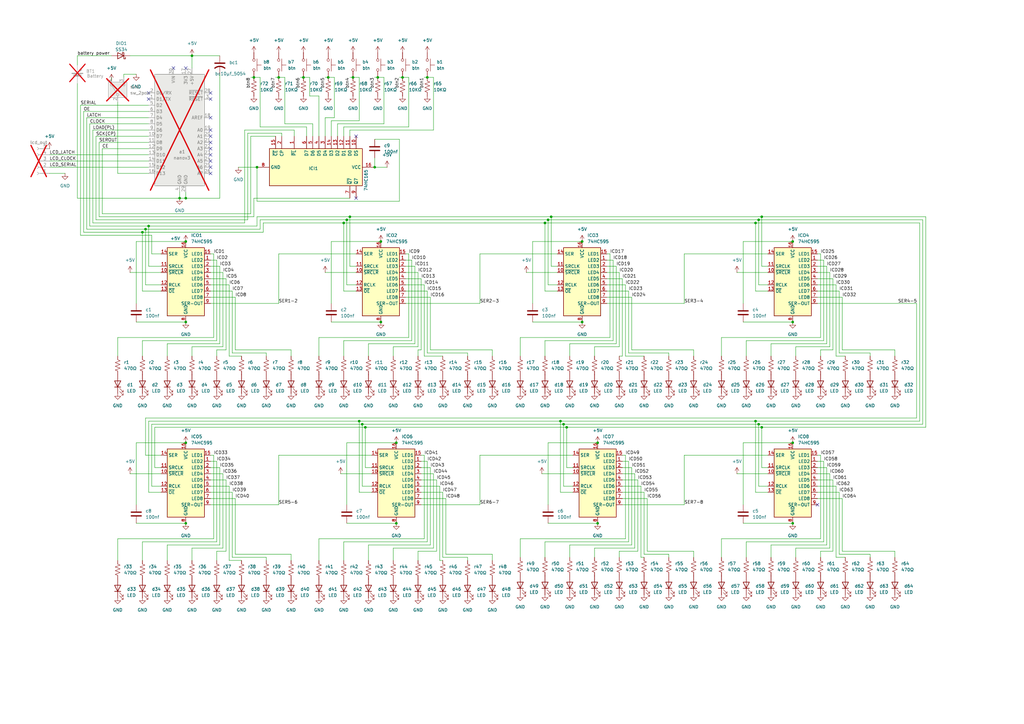
<source format=kicad_sch>
(kicad_sch (version 20250114) (generator "eeschema") (generator_version "9.0")
  (paper "A3")
  (junction (at 105.41 68.58))
  (junction (at 59.69 93.98))
  (junction (at 311.15 90.17))
  (junction (at 73.66 81.28))
  (junction (at 153.67 68.58))
  (junction (at 76.2 99.06))
  (junction (at 224.79 90.17))
  (junction (at 149.86 175.26))
  (junction (at 76.2 132.08))
  (junction (at 229.87 172.72))
  (junction (at 223.52 91.44))
  (junction (at 325.12 214.63))
  (junction (at 238.76 132.08))
  (junction (at 143.51 88.9))
  (junction (at 154.94 31.75))
  (junction (at 162.56 214.63))
  (junction (at 134.62 31.75))
  (junction (at 311.15 173.99))
  (junction (at 312.42 175.26))
  (junction (at 325.12 132.08))
  (junction (at 148.59 173.99))
  (junction (at 144.78 31.75))
  (junction (at 58.42 95.25))
  (junction (at 156.21 99.06))
  (junction (at 114.3 31.75))
  (junction (at 147.32 172.72))
  (junction (at 76.2 214.63))
  (junction (at 231.14 173.99))
  (junction (at 309.88 91.44))
  (junction (at 245.11 181.61))
  (junction (at 165.1 31.75))
  (junction (at 124.46 31.75))
  (junction (at 142.24 90.17))
  (junction (at 312.42 88.9))
  (junction (at 140.97 91.44))
  (junction (at 175.26 31.75))
  (junction (at 245.11 214.63))
  (junction (at 325.12 181.61))
  (junction (at 104.14 31.75))
  (junction (at 60.96 92.71))
  (junction (at 76.2 81.28))
  (junction (at 76.2 181.61))
  (junction (at 238.76 99.06))
  (junction (at 309.88 172.72))
  (junction (at 226.06 88.9))
  (junction (at 78.74 22.86))
  (junction (at 156.21 132.08))
  (junction (at 232.41 175.26))
  (junction (at 162.56 181.61))
  (junction (at 325.12 99.06))
  (no_connect (at 146.05 81.28))
  (no_connect (at 86.36 60.96))
  (no_connect (at 60.96 40.64))
  (no_connect (at 86.36 40.64))
  (no_connect (at 86.36 68.58))
  (no_connect (at 86.36 63.5))
  (no_connect (at 60.96 38.1))
  (no_connect (at 76.2 27.94))
  (no_connect (at 71.12 27.94))
  (no_connect (at 86.36 71.12))
  (no_connect (at 86.36 53.34))
  (no_connect (at 86.36 66.04))
  (no_connect (at 86.36 55.88))
  (no_connect (at 86.36 38.1))
  (no_connect (at 86.36 48.26))
  (no_connect (at 335.28 207.01))
  (no_connect (at 146.05 55.88))
  (no_connect (at 86.36 58.42))
  (wire (pts (xy 87.63 104.14) (xy 87.63 138.43)))
  (wire (pts (xy 92.71 196.85) (xy 86.36 196.85)))
  (wire (pts (xy 152.4 201.93) (xy 147.32 201.93)))
  (wire (pts (xy 106.68 90.17) (xy 142.24 90.17)))
  (wire (pts (xy 95.25 201.93) (xy 86.36 201.93)))
  (wire (pts (xy 87.63 186.69) (xy 87.63 220.98)))
  (wire (pts (xy 254 226.06) (xy 254 228.6)))
  (wire (pts (xy 342.9 199.39) (xy 335.28 199.39)))
  (wire (pts (xy 175.26 189.23) (xy 172.72 189.23)))
  (wire (pts (xy 92.71 226.06) (xy 88.9 226.06)))
  (wire (pts (xy 261.62 196.85) (xy 261.62 226.06)))
  (wire (pts (xy 337.82 139.7) (xy 306.07 139.7)))
  (wire (pts (xy 45.72 31.75) (xy 45.72 33.02)))
  (wire (pts (xy 255.27 114.3) (xy 248.92 114.3)))
  (wire (pts (xy 377.19 172.72) (xy 309.88 172.72)))
  (wire (pts (xy 163.83 57.15) (xy 153.67 57.15)))
  (wire (pts (xy 88.9 222.25) (xy 58.42 222.25)))
  (wire (pts (xy 167.64 138.43) (xy 130.81 138.43)))
  (wire (pts (xy 93.98 146.05) (xy 99.06 146.05)))
  (wire (pts (xy 149.86 191.77) (xy 152.4 191.77)))
  (wire (pts (xy 86.36 207.01) (xy 114.3 207.01)))
  (wire (pts (xy 87.63 104.14) (xy 86.36 104.14)))
  (wire (pts (xy 256.54 186.69) (xy 255.27 186.69)))
  (wire (pts (xy 93.98 229.87) (xy 99.06 229.87)))
  (wire (pts (xy 20.32 63.5) (xy 60.96 63.5)))
  (wire (pts (xy 78.74 22.86) (xy 90.17 22.86)))
  (wire (pts (xy 336.55 104.14) (xy 335.28 104.14)))
  (wire (pts (xy 90.17 223.52) (xy 68.58 223.52)))
  (wire (pts (xy 53.34 22.86) (xy 78.74 22.86)))
  (wire (pts (xy 148.59 199.39) (xy 148.59 173.99)))
  (wire (pts (xy 107.95 91.44) (xy 140.97 91.44)))
  (wire (pts (xy 138.43 50.8) (xy 157.48 50.8)))
  (wire (pts (xy 234.95 199.39) (xy 231.14 199.39)))
  (wire (pts (xy 140.97 52.07) (xy 167.64 52.07)))
  (wire (pts (xy 167.64 104.14) (xy 167.64 138.43)))
  (wire (pts (xy 133.35 48.26) (xy 137.16 48.26)))
  (wire (pts (xy 55.88 214.63) (xy 76.2 214.63)))
  (wire (pts (xy 59.69 186.69) (xy 66.04 186.69)))
  (wire (pts (xy 172.72 114.3) (xy 166.37 114.3)))
  (wire (pts (xy 114.3 124.46) (xy 114.3 104.14)))
  (wire (pts (xy 167.64 31.75) (xy 165.1 31.75)))
  (wire (pts (xy 163.83 31.75) (xy 165.1 31.75)))
  (wire (pts (xy 228.6 116.84) (xy 224.79 116.84)))
  (wire (pts (xy 181.61 201.93) (xy 172.72 201.93)))
  (wire (pts (xy 215.9 111.76) (xy 228.6 111.76)))
  (wire (pts (xy 180.34 199.39) (xy 180.34 229.87)))
  (wire (pts (xy 50.8 30.48) (xy 55.88 30.48)))
  (wire (pts (xy 229.87 172.72) (xy 147.32 172.72)))
  (wire (pts (xy 336.55 143.51) (xy 336.55 146.05)))
  (wire (pts (xy 259.08 143.51) (xy 284.48 143.51)))
  (wire (pts (xy 105.41 88.9) (xy 143.51 88.9)))
  (wire (pts (xy 250.19 104.14) (xy 248.92 104.14)))
  (wire (pts (xy 96.52 121.92) (xy 86.36 121.92)))
  (wire (pts (xy 182.88 227.33) (xy 201.93 227.33)))
  (wire (pts (xy 356.87 144.78) (xy 356.87 146.05)))
  (wire (pts (xy 342.9 228.6) (xy 346.71 228.6)))
  (wire (pts (xy 91.44 142.24) (xy 78.74 142.24)))
  (wire (pts (xy 262.89 199.39) (xy 255.27 199.39)))
  (wire (pts (xy 177.8 194.31) (xy 172.72 194.31)))
  (wire (pts (xy 153.67 31.75) (xy 154.94 31.75)))
  (wire (pts (xy 226.06 88.9) (xy 312.42 88.9)))
  (wire (pts (xy 92.71 114.3) (xy 92.71 143.51)))
  (wire (pts (xy 336.55 220.98) (xy 295.91 220.98)))
  (wire (pts (xy 39.37 90.17) (xy 101.6 90.17)))
  (wire (pts (xy 78.74 22.86) (xy 78.74 27.94)))
  (wire (pts (xy 59.69 93.98) (xy 106.68 93.98)))
  (wire (pts (xy 309.88 119.38) (xy 309.88 91.44)))
  (wire (pts (xy 213.36 138.43) (xy 213.36 146.05)))
  (wire (pts (xy 179.07 196.85) (xy 179.07 226.06)))
  (wire (pts (xy 58.42 139.7) (xy 58.42 146.05)))
  (wire (pts (xy 223.52 119.38) (xy 223.52 91.44)))
  (wire (pts (xy 172.72 143.51) (xy 171.45 143.51)))
  (wire (pts (xy 140.97 222.25) (xy 140.97 229.87)))
  (wire (pts (xy 90.17 109.22) (xy 90.17 140.97)))
  (wire (pts (xy 62.23 96.52) (xy 62.23 104.14)))
  (wire (pts (xy 38.1 53.34) (xy 38.1 91.44)))
  (wire (pts (xy 261.62 196.85) (xy 255.27 196.85)))
  (wire (pts (xy 146.05 119.38) (xy 140.97 119.38)))
  (wire (pts (xy 226.06 109.22) (xy 228.6 109.22)))
  (wire (pts (xy 171.45 111.76) (xy 166.37 111.76)))
  (wire (pts (xy 142.24 207.01) (xy 142.24 181.61)))
  (wire (pts (xy 97.79 68.58) (xy 105.41 68.58)))
  (wire (pts (xy 302.26 194.31) (xy 314.96 194.31)))
  (wire (pts (xy 181.61 201.93) (xy 181.61 228.6)))
  (wire (pts (xy 101.6 90.17) (xy 101.6 54.61)))
  (wire (pts (xy 257.81 119.38) (xy 248.92 119.38)))
  (wire (pts (xy 171.45 226.06) (xy 171.45 229.87)))
  (wire (pts (xy 163.83 82.55) (xy 163.83 57.15)))
  (wire (pts (xy 274.32 227.33) (xy 274.32 228.6)))
  (wire (pts (xy 224.79 214.63) (xy 245.11 214.63)))
  (wire (pts (xy 149.86 175.26) (xy 149.86 191.77)))
  (wire (pts (xy 341.63 226.06) (xy 336.55 226.06)))
  (wire (pts (xy 262.89 199.39) (xy 262.89 228.6)))
  (wire (pts (xy 60.96 172.72) (xy 60.96 201.93)))
  (wire (pts (xy 339.09 191.77) (xy 335.28 191.77)))
  (wire (pts (xy 58.42 119.38) (xy 66.04 119.38)))
  (wire (pts (xy 342.9 116.84) (xy 342.9 146.05)))
  (wire (pts (xy 73.66 81.28) (xy 76.2 81.28)))
  (wire (pts (xy 140.97 119.38) (xy 140.97 91.44)))
  (wire (pts (xy 201.93 143.51) (xy 201.93 146.05)))
  (wire (pts (xy 251.46 139.7) (xy 223.52 139.7)))
  (wire (pts (xy 255.27 146.05) (xy 254 146.05)))
  (wire (pts (xy 95.25 228.6) (xy 109.22 228.6)))
  (wire (pts (xy 50.8 30.48) (xy 50.8 31.75)))
  (wire (pts (xy 264.16 201.93) (xy 264.16 227.33)))
  (wire (pts (xy 90.17 140.97) (xy 68.58 140.97)))
  (wire (pts (xy 135.89 49.53) (xy 147.32 49.53)))
  (wire (pts (xy 261.62 226.06) (xy 254 226.06)))
  (wire (pts (xy 256.54 116.84) (xy 256.54 146.05)))
  (wire (pts (xy 257.81 189.23) (xy 255.27 189.23)))
  (wire (pts (xy 149.86 175.26) (xy 63.5 175.26)))
  (wire (pts (xy 88.9 106.68) (xy 86.36 106.68)))
  (wire (pts (xy 176.53 191.77) (xy 176.53 223.52)))
  (wire (pts (xy 140.97 91.44) (xy 223.52 91.44)))
  (wire (pts (xy 379.73 88.9) (xy 379.73 175.26)))
  (wire (pts (xy 314.96 119.38) (xy 309.88 119.38)))
  (wire (pts (xy 113.03 31.75) (xy 114.3 31.75)))
  (wire (pts (xy 344.17 119.38) (xy 344.17 144.78)))
  (wire (pts (xy 284.48 143.51) (xy 284.48 146.05)))
  (wire (pts (xy 161.29 224.79) (xy 161.29 229.87)))
  (wire (pts (xy 262.89 228.6) (xy 264.16 228.6)))
  (wire (pts (xy 63.5 191.77) (xy 66.04 191.77)))
  (wire (pts (xy 257.81 189.23) (xy 257.81 222.25)))
  (wire (pts (xy 88.9 143.51) (xy 88.9 146.05)))
  (wire (pts (xy 62.23 173.99) (xy 62.23 199.39)))
  (wire (pts (xy 55.88 124.46) (xy 55.88 99.06)))
  (wire (pts (xy 95.25 119.38) (xy 95.25 144.78)))
  (wire (pts (xy 356.87 227.33) (xy 356.87 228.6)))
  (wire (pts (xy 53.34 111.76) (xy 66.04 111.76)))
  (wire (pts (xy 172.72 114.3) (xy 172.72 143.51)))
  (wire (pts (xy 280.67 104.14) (xy 314.96 104.14)))
  (wire (pts (xy 311.15 90.17) (xy 378.46 90.17)))
  (wire (pts (xy 135.89 99.06) (xy 156.21 99.06)))
  (wire (pts (xy 68.58 140.97) (xy 68.58 146.05)))
  (wire (pts (xy 78.74 142.24) (xy 78.74 146.05)))
  (wire (pts (xy 60.96 55.88) (xy 39.37 55.88)))
  (wire (pts (xy 367.03 143.51) (xy 367.03 146.05)))
  (wire (pts (xy 87.63 220.98) (xy 48.26 220.98)))
  (wire (pts (xy 196.85 124.46) (xy 196.85 104.14)))
  (wire (pts (xy 304.8 181.61) (xy 325.12 181.61)))
  (wire (pts (xy 173.99 146.05) (xy 181.61 146.05)))
  (wire (pts (xy 130.81 39.37) (xy 127 39.37)))
  (wire (pts (xy 20.32 71.12) (xy 26.67 71.12)))
  (wire (pts (xy 251.46 106.68) (xy 248.92 106.68)))
  (wire (pts (xy 138.43 55.88) (xy 138.43 50.8)))
  (wire (pts (xy 105.41 68.58) (xy 105.41 82.55)))
  (wire (pts (xy 125.73 55.88) (xy 125.73 52.07)))
  (wire (pts (xy 196.85 186.69) (xy 234.95 186.69)))
  (wire (pts (xy 250.19 104.14) (xy 250.19 138.43)))
  (wire (pts (xy 251.46 106.68) (xy 251.46 139.7)))
  (wire (pts (xy 107.95 95.25) (xy 107.95 91.44)))
  (wire (pts (xy 311.15 199.39) (xy 311.15 173.99)))
  (wire (pts (xy 180.34 229.87) (xy 181.61 229.87)))
  (wire (pts (xy 312.42 88.9) (xy 379.73 88.9)))
  (wire (pts (xy 48.26 138.43) (xy 48.26 146.05)))
  (wire (pts (xy 60.96 45.72) (xy 34.29 45.72)))
  (wire (pts (xy 224.79 181.61) (xy 245.11 181.61)))
  (wire (pts (xy 93.98 116.84) (xy 86.36 116.84)))
  (wire (pts (xy 314.96 116.84) (xy 311.15 116.84)))
  (wire (pts (xy 91.44 111.76) (xy 91.44 142.24)))
  (wire (pts (xy 177.8 31.75) (xy 175.26 31.75)))
  (wire (pts (xy 146.05 116.84) (xy 142.24 116.84)))
  (wire (pts (xy 170.18 109.22) (xy 170.18 140.97)))
  (wire (pts (xy 87.63 186.69) (xy 86.36 186.69)))
  (wire (pts (xy 92.71 143.51) (xy 88.9 143.51)))
  (wire (pts (xy 105.41 92.71) (xy 105.41 88.9)))
  (wire (pts (xy 175.26 222.25) (xy 140.97 222.25)))
  (wire (pts (xy 91.44 194.31) (xy 86.36 194.31)))
  (wire (pts (xy 59.69 93.98) (xy 59.69 116.84)))
  (wire (pts (xy 92.71 114.3) (xy 86.36 114.3)))
  (wire (pts (xy 312.42 191.77) (xy 314.96 191.77)))
  (wire (pts (xy 306.07 139.7) (xy 306.07 146.05)))
  (wire (pts (xy 181.61 228.6) (xy 191.77 228.6)))
  (wire (pts (xy 302.26 111.76) (xy 314.96 111.76)))
  (wire (pts (xy 114.3 104.14) (xy 146.05 104.14)))
  (wire (pts (xy 130.81 220.98) (xy 130.81 229.87)))
  (wire (pts (xy 265.43 204.47) (xy 265.43 226.06)))
  (wire (pts (xy 38.1 91.44) (xy 100.33 91.44)))
  (wire (pts (xy 171.45 143.51) (xy 171.45 146.05)))
  (wire (pts (xy 106.68 31.75) (xy 106.68 52.07)))
  (wire (pts (xy 260.35 194.31) (xy 260.35 224.79)))
  (wire (pts (xy 147.32 31.75) (xy 144.78 31.75)))
  (wire (pts (xy 176.53 191.77) (xy 172.72 191.77)))
  (wire (pts (xy 337.82 189.23) (xy 337.82 222.25)))
  (wire (pts (xy 33.02 43.18) (xy 33.02 96.52)))
  (wire (pts (xy 340.36 111.76) (xy 335.28 111.76)))
  (wire (pts (xy 256.54 186.69) (xy 256.54 220.98)))
  (wire (pts (xy 309.88 201.93) (xy 309.88 172.72)))
  (wire (pts (xy 345.44 121.92) (xy 345.44 143.51)))
  (wire (pts (xy 177.8 31.75) (xy 177.8 53.34)))
  (wire (pts (xy 224.79 116.84) (xy 224.79 90.17)))
  (wire (pts (xy 341.63 114.3) (xy 341.63 143.51)))
  (wire (pts (xy 58.42 95.25) (xy 107.95 95.25)))
  (wire (pts (xy 55.88 99.06) (xy 76.2 99.06)))
  (wire (pts (xy 170.18 140.97) (xy 151.13 140.97)))
  (wire (pts (xy 259.08 121.92) (xy 259.08 143.51)))
  (wire (pts (xy 102.87 31.75) (xy 104.14 31.75)))
  (wire (pts (xy 256.54 220.98) (xy 213.36 220.98)))
  (wire (pts (xy 143.51 88.9) (xy 143.51 109.22)))
  (wire (pts (xy 312.42 109.22) (xy 314.96 109.22)))
  (wire (pts (xy 96.52 204.47) (xy 86.36 204.47)))
  (wire (pts (xy 229.87 201.93) (xy 229.87 172.72)))
  (wire (pts (xy 218.44 124.46) (xy 218.44 99.06)))
  (wire (pts (xy 53.34 194.31) (xy 66.04 194.31)))
  (wire (pts (xy 173.99 220.98) (xy 130.81 220.98)))
  (wire (pts (xy 341.63 143.51) (xy 336.55 143.51)))
  (wire (pts (xy 60.96 60.96) (xy 41.91 60.96)))
  (wire (pts (xy 41.91 87.63) (xy 102.87 87.63)))
  (wire (pts (xy 264.16 227.33) (xy 274.32 227.33)))
  (wire (pts (xy 116.84 31.75) (xy 116.84 50.8)))
  (wire (pts (xy 170.18 109.22) (xy 166.37 109.22)))
  (wire (pts (xy 182.88 204.47) (xy 182.88 227.33)))
  (wire (pts (xy 135.89 132.08) (xy 156.21 132.08)))
  (wire (pts (xy 173.99 186.69) (xy 173.99 220.98)))
  (wire (pts (xy 88.9 226.06) (xy 88.9 229.87)))
  (wire (pts (xy 104.14 81.28) (xy 143.51 81.28)))
  (wire (pts (xy 201.93 227.33) (xy 201.93 229.87)))
  (wire (pts (xy 95.25 144.78) (xy 109.22 144.78)))
  (wire (pts (xy 260.35 224.79) (xy 243.84 224.79)))
  (wire (pts (xy 339.09 191.77) (xy 339.09 223.52)))
  (wire (pts (xy 34.29 95.25) (xy 58.42 95.25)))
  (wire (pts (xy 316.23 223.52) (xy 316.23 228.6)))
  (wire (pts (xy 140.97 55.88) (xy 140.97 52.07)))
  (wire (pts (xy 109.22 144.78) (xy 109.22 146.05)))
  (wire (pts (xy 127 39.37) (xy 127 31.75)))
  (wire (pts (xy 142.24 116.84) (xy 142.24 90.17)))
  (wire (pts (xy 60.96 201.93) (xy 66.04 201.93)))
  (wire (pts (xy 340.36 194.31) (xy 340.36 224.79)))
  (wire (pts (xy 60.96 48.26) (xy 35.56 48.26)))
  (wire (pts (xy 218.44 99.06) (xy 238.76 99.06)))
  (wire (pts (xy 232.41 175.26) (xy 232.41 191.77)))
  (wire (pts (xy 60.96 58.42) (xy 40.64 58.42)))
  (wire (pts (xy 119.38 227.33) (xy 119.38 229.87)))
  (wire (pts (xy 254 111.76) (xy 254 142.24)))
  (wire (pts (xy 337.82 189.23) (xy 335.28 189.23)))
  (wire (pts (xy 119.38 143.51) (xy 119.38 146.05)))
  (wire (pts (xy 91.44 111.76) (xy 86.36 111.76)))
  (wire (pts (xy 182.88 204.47) (xy 172.72 204.47)))
  (wire (pts (xy 377.19 91.44) (xy 377.19 172.72)))
  (wire (pts (xy 60.96 50.8) (xy 36.83 50.8)))
  (wire (pts (xy 173.99 186.69) (xy 172.72 186.69)))
  (wire (pts (xy 176.53 121.92) (xy 166.37 121.92)))
  (wire (pts (xy 309.88 91.44) (xy 377.19 91.44)))
  (wire (pts (xy 259.08 223.52) (xy 233.68 223.52)))
  (wire (pts (xy 171.45 142.24) (xy 161.29 142.24)))
  (wire (pts (xy 62.23 199.39) (xy 66.04 199.39)))
  (wire (pts (xy 259.08 121.92) (xy 248.92 121.92)))
  (wire (pts (xy 175.26 119.38) (xy 166.37 119.38)))
  (wire (pts (xy 342.9 146.05) (xy 346.71 146.05)))
  (wire (pts (xy 345.44 226.06) (xy 367.03 226.06)))
  (wire (pts (xy 231.14 173.99) (xy 148.59 173.99)))
  (wire (pts (xy 168.91 106.68) (xy 168.91 139.7)))
  (wire (pts (xy 255.27 114.3) (xy 255.27 146.05)))
  (wire (pts (xy 309.88 172.72) (xy 229.87 172.72)))
  (wire (pts (xy 312.42 88.9) (xy 312.42 109.22)))
  (wire (pts (xy 336.55 186.69) (xy 335.28 186.69)))
  (wire (pts (xy 172.72 207.01) (xy 196.85 207.01)))
  (wire (pts (xy 176.53 143.51) (xy 201.93 143.51)))
  (wire (pts (xy 116.84 31.75) (xy 114.3 31.75)))
  (wire (pts (xy 31.75 34.29) (xy 31.75 81.28)))
  (wire (pts (xy 90.17 191.77) (xy 90.17 223.52)))
  (wire (pts (xy 265.43 204.47) (xy 255.27 204.47)))
  (wire (pts (xy 102.87 55.88) (xy 113.03 55.88)))
  (wire (pts (xy 233.68 223.52) (xy 233.68 228.6)))
  (wire (pts (xy 252.73 109.22) (xy 252.73 140.97)))
  (wire (pts (xy 339.09 109.22) (xy 335.28 109.22)))
  (wire (pts (xy 40.64 58.42) (xy 40.64 88.9)))
  (wire (pts (xy 196.85 104.14) (xy 228.6 104.14)))
  (wire (pts (xy 265.43 226.06) (xy 284.48 226.06)))
  (wire (pts (xy 48.26 220.98) (xy 48.26 229.87)))
  (wire (pts (xy 254 111.76) (xy 248.92 111.76)))
  (wire (pts (xy 34.29 45.72) (xy 34.29 95.25)))
  (wire (pts (xy 304.8 124.46) (xy 304.8 99.06)))
  (wire (pts (xy 55.88 207.01) (xy 55.88 181.61)))
  (wire (pts (xy 342.9 116.84) (xy 335.28 116.84)))
  (wire (pts (xy 341.63 114.3) (xy 335.28 114.3)))
  (wire (pts (xy 340.36 224.79) (xy 326.39 224.79)))
  (wire (pts (xy 196.85 207.01) (xy 196.85 186.69)))
  (wire (pts (xy 60.96 92.71) (xy 60.96 109.22)))
  (wire (pts (xy 234.95 201.93) (xy 229.87 201.93)))
  (wire (pts (xy 252.73 109.22) (xy 248.92 109.22)))
  (wire (pts (xy 232.41 191.77) (xy 234.95 191.77)))
  (wire (pts (xy 259.08 191.77) (xy 255.27 191.77)))
  (wire (pts (xy 33.02 43.18) (xy 60.96 43.18)))
  (wire (pts (xy 142.24 214.63) (xy 162.56 214.63)))
  (wire (pts (xy 341.63 196.85) (xy 341.63 226.06)))
  (wire (pts (xy 109.22 228.6) (xy 109.22 229.87)))
  (wire (pts (xy 157.48 31.75) (xy 154.94 31.75)))
  (wire (pts (xy 59.69 116.84) (xy 66.04 116.84)))
  (wire (pts (xy 90.17 81.28) (xy 76.2 81.28)))
  (wire (pts (xy 232.41 175.26) (xy 149.86 175.26)))
  (wire (pts (xy 152.4 199.39) (xy 148.59 199.39)))
  (wire (pts (xy 344.17 201.93) (xy 335.28 201.93)))
  (wire (pts (xy 92.71 196.85) (xy 92.71 226.06)))
  (wire (pts (xy 147.32 31.75) (xy 147.32 49.53)))
  (wire (pts (xy 88.9 189.23) (xy 88.9 222.25)))
  (wire (pts (xy 304.8 207.01) (xy 304.8 181.61)))
  (wire (pts (xy 326.39 224.79) (xy 326.39 228.6)))
  (wire (pts (xy 93.98 116.84) (xy 93.98 146.05)))
  (wire (pts (xy 243.84 142.24) (xy 243.84 146.05)))
  (wire (pts (xy 223.52 222.25) (xy 223.52 228.6)))
  (wire (pts (xy 120.65 53.34) (xy 120.65 55.88)))
  (wire (pts (xy 20.32 68.58) (xy 60.96 68.58)))
  (wire (pts (xy 367.03 226.06) (xy 367.03 228.6)))
  (wire (pts (xy 168.91 139.7) (xy 140.97 139.7)))
  (wire (pts (xy 36.83 92.71) (xy 60.96 92.71)))
  (wire (pts (xy 248.92 124.46) (xy 280.67 124.46)))
  (wire (pts (xy 339.09 109.22) (xy 339.09 140.97)))
  (wire (pts (xy 375.92 124.46) (xy 335.28 124.46)))
  (wire (pts (xy 175.26 119.38) (xy 175.26 144.78)))
  (wire (pts (xy 336.55 186.69) (xy 336.55 220.98)))
  (wire (pts (xy 62.23 104.14) (xy 66.04 104.14)))
  (wire (pts (xy 243.84 224.79) (xy 243.84 228.6)))
  (wire (pts (xy 340.36 111.76) (xy 340.36 142.24)))
  (wire (pts (xy 259.08 191.77) (xy 259.08 223.52)))
  (wire (pts (xy 336.55 104.14) (xy 336.55 138.43)))
  (wire (pts (xy 378.46 90.17) (xy 378.46 173.99)))
  (wire (pts (xy 96.52 121.92) (xy 96.52 143.51)))
  (wire (pts (xy 213.36 220.98) (xy 213.36 228.6)))
  (wire (pts (xy 105.41 82.55) (xy 163.83 82.55)))
  (wire (pts (xy 76.2 81.28) (xy 76.2 78.74)))
  (wire (pts (xy 179.07 196.85) (xy 172.72 196.85)))
  (wire (pts (xy 88.9 189.23) (xy 86.36 189.23)))
  (wire (pts (xy 233.68 140.97) (xy 233.68 146.05)))
  (wire (pts (xy 96.52 204.47) (xy 96.52 227.33)))
  (wire (pts (xy 218.44 132.08) (xy 238.76 132.08)))
  (wire (pts (xy 255.27 207.01) (xy 280.67 207.01)))
  (wire (pts (xy 228.6 119.38) (xy 223.52 119.38)))
  (wire (pts (xy 60.96 109.22) (xy 66.04 109.22)))
  (wire (pts (xy 137.16 31.75) (xy 134.62 31.75)))
  (wire (pts (xy 151.13 140.97) (xy 151.13 146.05)))
  (wire (pts (xy 375.92 171.45) (xy 59.69 171.45)))
  (wire (pts (xy 90.17 191.77) (xy 86.36 191.77)))
  (wire (pts (xy 58.42 95.25) (xy 58.42 119.38)))
  (wire (pts (xy 224.79 90.17) (xy 311.15 90.17)))
  (wire (pts (xy 130.81 138.43) (xy 130.81 146.05)))
  (wire (pts (xy 295.91 138.43) (xy 295.91 146.05)))
  (wire (pts (xy 91.44 224.79) (xy 78.74 224.79)))
  (wire (pts (xy 143.51 31.75) (xy 144.78 31.75)))
  (wire (pts (xy 125.73 52.07) (xy 106.68 52.07)))
  (wire (pts (xy 280.67 124.46) (xy 280.67 104.14)))
  (wire (pts (xy 378.46 173.99) (xy 311.15 173.99)))
  (wire (pts (xy 173.99 31.75) (xy 175.26 31.75)))
  (wire (pts (xy 260.35 194.31) (xy 255.27 194.31)))
  (wire (pts (xy 344.17 201.93) (xy 344.17 227.33)))
  (wire (pts (xy 86.36 124.46) (xy 114.3 124.46)))
  (wire (pts (xy 224.79 207.01) (xy 224.79 181.61)))
  (wire (pts (xy 254 142.24) (xy 243.84 142.24)))
  (wire (pts (xy 139.7 194.31) (xy 152.4 194.31)))
  (wire (pts (xy 191.77 228.6) (xy 191.77 229.87)))
  (wire (pts (xy 95.25 201.93) (xy 95.25 228.6)))
  (wire (pts (xy 93.98 199.39) (xy 93.98 229.87)))
  (wire (pts (xy 59.69 171.45) (xy 59.69 186.69)))
  (wire (pts (xy 31.75 22.86) (xy 45.72 22.86)))
  (wire (pts (xy 226.06 88.9) (xy 226.06 109.22)))
  (wire (pts (xy 304.8 214.63) (xy 325.12 214.63)))
  (wire (pts (xy 143.51 88.9) (xy 226.06 88.9)))
  (wire (pts (xy 58.42 222.25) (xy 58.42 229.87)))
  (wire (pts (xy 304.8 132.08) (xy 325.12 132.08)))
  (wire (pts (xy 341.63 196.85) (xy 335.28 196.85)))
  (wire (pts (xy 135.89 124.46) (xy 135.89 99.06)))
  (wire (pts (xy 60.96 71.12) (xy 48.26 71.12)))
  (wire (pts (xy 284.48 226.06) (xy 284.48 228.6)))
  (wire (pts (xy 252.73 140.97) (xy 233.68 140.97)))
  (wire (pts (xy 326.39 142.24) (xy 326.39 146.05)))
  (wire (pts (xy 140.97 139.7) (xy 140.97 146.05)))
  (wire (pts (xy 336.55 226.06) (xy 336.55 228.6)))
  (wire (pts (xy 96.52 227.33) (xy 119.38 227.33)))
  (wire (pts (xy 96.52 143.51) (xy 119.38 143.51)))
  (wire (pts (xy 344.17 119.38) (xy 335.28 119.38)))
  (wire (pts (xy 314.96 199.39) (xy 311.15 199.39)))
  (wire (pts (xy 339.09 140.97) (xy 316.23 140.97)))
  (wire (pts (xy 130.81 39.37) (xy 130.81 55.88)))
  (wire (pts (xy 114.3 186.69) (xy 152.4 186.69)))
  (wire (pts (xy 168.91 106.68) (xy 166.37 106.68)))
  (wire (pts (xy 135.89 55.88) (xy 135.89 49.53)))
  (wire (pts (xy 128.27 50.8) (xy 116.84 50.8)))
  (wire (pts (xy 133.35 111.76) (xy 146.05 111.76)))
  (wire (pts (xy 312.42 175.26) (xy 312.42 191.77)))
  (wire (pts (xy 142.24 181.61) (xy 162.56 181.61)))
  (wire (pts (xy 264.16 201.93) (xy 255.27 201.93)))
  (wire (pts (xy 173.99 116.84) (xy 173.99 146.05)))
  (wire (pts (xy 133.35 31.75) (xy 134.62 31.75)))
  (wire (pts (xy 345.44 204.47) (xy 345.44 226.06)))
  (wire (pts (xy 48.26 41.91) (xy 48.26 71.12)))
  (wire (pts (xy 161.29 142.24) (xy 161.29 146.05)))
  (wire (pts (xy 304.8 99.06) (xy 325.12 99.06)))
  (wire (pts (xy 167.64 31.75) (xy 167.64 52.07)))
  (wire (pts (xy 177.8 194.31) (xy 177.8 224.79)))
  (wire (pts (xy 73.66 81.28) (xy 73.66 78.74)))
  (wire (pts (xy 106.68 31.75) (xy 104.14 31.75)))
  (wire (pts (xy 306.07 222.25) (xy 306.07 228.6)))
  (wire (pts (xy 95.25 119.38) (xy 86.36 119.38)))
  (wire (pts (xy 345.44 143.51) (xy 367.03 143.51)))
  (wire (pts (xy 345.44 121.92) (xy 335.28 121.92)))
  (wire (pts (xy 166.37 124.46) (xy 196.85 124.46)))
  (wire (pts (xy 191.77 144.78) (xy 191.77 146.05)))
  (wire (pts (xy 142.24 90.17) (xy 224.79 90.17)))
  (wire (pts (xy 137.16 31.75) (xy 137.16 48.26)))
  (wire (pts (xy 337.82 106.68) (xy 335.28 106.68)))
  (wire (pts (xy 257.81 222.25) (xy 223.52 222.25)))
  (wire (pts (xy 60.96 92.71) (xy 105.41 92.71)))
  (wire (pts (xy 63.5 175.26) (xy 63.5 191.77)))
  (wire (pts (xy 114.3 207.01) (xy 114.3 186.69)))
  (wire (pts (xy 68.58 223.52) (xy 68.58 229.87)))
  (wire (pts (xy 175.26 189.23) (xy 175.26 222.25)))
  (wire (pts (xy 101.6 54.61) (xy 115.57 54.61)))
  (wire (pts (xy 175.26 144.78) (xy 191.77 144.78)))
  (wire (pts (xy 41.91 60.96) (xy 41.91 87.63)))
  (wire (pts (xy 20.32 66.04) (xy 60.96 66.04)))
  (wire (pts (xy 91.44 194.31) (xy 91.44 224.79)))
  (wire (pts (xy 90.17 30.48) (xy 90.17 81.28)))
  (wire (pts (xy 33.02 96.52) (xy 62.23 96.52)))
  (wire (pts (xy 257.81 144.78) (xy 274.32 144.78)))
  (wire (pts (xy 55.88 132.08) (xy 76.2 132.08)))
  (wire (pts (xy 88.9 139.7) (xy 58.42 139.7)))
  (wire (pts (xy 177.8 224.79) (xy 161.29 224.79)))
  (wire (pts (xy 143.51 55.88) (xy 143.51 53.34)))
  (wire (pts (xy 55.88 181.61) (xy 76.2 181.61)))
  (wire (pts (xy 151.13 223.52) (xy 151.13 229.87)))
  (wire (pts (xy 147.32 201.93) (xy 147.32 172.72)))
  (wire (pts (xy 127 31.75) (xy 124.46 31.75)))
  (wire (pts (xy 379.73 175.26) (xy 312.42 175.26)))
  (wire (pts (xy 250.19 138.43) (xy 213.36 138.43)))
  (wire (pts (xy 176.53 121.92) (xy 176.53 143.51)))
  (wire (pts (xy 88.9 106.68) (xy 88.9 139.7)))
  (wire (pts (xy 35.56 48.26) (xy 35.56 93.98)))
  (wire (pts (xy 337.82 222.25) (xy 306.07 222.25)))
  (wire (pts (xy 180.34 199.39) (xy 172.72 199.39)))
  (wire (pts (xy 106.68 93.98) (xy 106.68 90.17)))
  (wire (pts (xy 311.15 173.99) (xy 231.14 173.99)))
  (wire (pts (xy 123.19 31.75) (xy 124.46 31.75)))
  (wire (pts (xy 339.09 223.52) (xy 316.23 223.52)))
  (wire (pts (xy 274.32 144.78) (xy 274.32 146.05)))
  (wire (pts (xy 115.57 54.61) (xy 115.57 55.88)))
  (wire (pts (xy 312.42 175.26) (xy 232.41 175.26)))
  (wire (pts (xy 222.25 194.31) (xy 234.95 194.31)))
  (wire (pts (xy 336.55 138.43) (xy 295.91 138.43)))
  (wire (pts (xy 314.96 201.93) (xy 309.88 201.93)))
  (wire (pts (xy 171.45 111.76) (xy 171.45 142.24)))
  (wire (pts (xy 295.91 220.98) (xy 295.91 228.6)))
  (wire (pts (xy 104.14 88.9) (xy 104.14 81.28)))
  (wire (pts (xy 223.52 91.44) (xy 309.88 91.44)))
  (wire (pts (xy 280.67 186.69) (xy 314.96 186.69)))
  (wire (pts (xy 340.36 142.24) (xy 326.39 142.24)))
  (wire (pts (xy 344.17 144.78) (xy 356.87 144.78)))
  (wire (pts (xy 340.36 194.31) (xy 335.28 194.31)))
  (wire (pts (xy 256.54 116.84) (xy 248.92 116.84)))
  (wire (pts (xy 60.96 53.34) (xy 38.1 53.34)))
  (wire (pts (xy 35.56 93.98) (xy 59.69 93.98)))
  (wire (pts (xy 39.37 55.88) (xy 39.37 90.17)))
  (wire (pts (xy 257.81 119.38) (xy 257.81 144.78)))
  (wire (pts (xy 153.67 64.77) (xy 153.67 68.58)))
  (wire (pts (xy 256.54 146.05) (xy 264.16 146.05)))
  (wire (pts (xy 280.67 207.01) (xy 280.67 186.69)))
  (wire (pts (xy 342.9 199.39) (xy 342.9 228.6)))
  (wire (pts (xy 375.92 124.46) (xy 375.92 171.45)))
  (wire (pts (xy 344.17 227.33) (xy 356.87 227.33)))
  (wire (pts (xy 90.17 109.22) (xy 86.36 109.22)))
  (wire (pts (xy 143.51 53.34) (xy 177.8 53.34)))
  (wire (pts (xy 311.15 116.84) (xy 311.15 90.17)))
  (wire (pts (xy 31.75 81.28) (xy 73.66 81.28)))
  (wire (pts (xy 36.83 50.8) (xy 36.83 92.71)))
  (wire (pts (xy 179.07 226.06) (xy 171.45 226.06)))
  (wire (pts (xy 223.52 139.7) (xy 223.52 146.05)))
  (wire (pts (xy 78.74 224.79) (xy 78.74 229.87)))
  (wire (pts (xy 93.98 199.39) (xy 86.36 199.39)))
  (wire (pts (xy 100.33 53.34) (xy 120.65 53.34)))
  (wire (pts (xy 128.27 55.88) (xy 128.27 50.8)))
  (wire (pts (xy 143.51 109.22) (xy 146.05 109.22)))
  (wire (pts (xy 167.64 104.14) (xy 166.37 104.14)))
  (wire (pts (xy 102.87 87.63) (xy 102.87 55.88)))
  (wire (pts (xy 231.14 173.99) (xy 231.14 199.39)))
  (wire (pts (xy 316.23 140.97) (xy 316.23 146.05)))
  (wire (pts (xy 173.99 116.84) (xy 166.37 116.84)))
  (wire (pts (xy 148.59 173.99) (xy 62.23 173.99)))
  (wire (pts (xy 87.63 138.43) (xy 48.26 138.43)))
  (wire (pts (xy 345.44 204.47) (xy 335.28 204.47)))
  (wire (pts (xy 147.32 172.72) (xy 60.96 172.72)))
  (wire (pts (xy 133.35 55.88) (xy 133.35 48.26)))
  (wire (pts (xy 100.33 91.44) (xy 100.33 53.34)))
  (wire (pts (xy 157.48 31.75) (xy 157.48 50.8)))
  (wire (pts (xy 31.75 26.67) (xy 31.75 22.86)))
  (wire (pts (xy 176.53 223.52) (xy 151.13 223.52)))
  (wire (pts (xy 153.67 68.58) (xy 158.75 68.58)))
  (wire (pts (xy 337.82 106.68) (xy 337.82 139.7)))
  (wire (pts (xy 40.64 88.9) (xy 104.14 88.9)))
  (label "ICD24" (at 259.08 121.92 0))
  (label "ICD21" (at 255.27 114.3 0))
  (label "ICD12" (at 171.45 111.76 0))
  (label "ICD10" (at 168.91 106.68 0))
  (label "ICD1" (at 87.63 104.14 0))
  (label "SER7-8" (at 280.67 207.01 0))
  (label "SCK(CP)" (at 39.37 55.88 0))
  (label "ICD57" (at 336.55 186.69 0))
  (label "CE" (at 41.91 60.96 0))
  (label "ICD14" (at 173.99 116.84 0))
  (label "btn5" (at 133.35 31.75 270))
  (label "battery power" (at 31.75 22.86 0))
  (label "ICD11" (at 170.18 109.22 0))
  (label "ICD37" (at 92.71 196.85 0))
  (label "SER6-7" (at 196.85 207.01 0))
  (label "ICD62" (at 342.9 199.39 0))
  (label "ICD5" (at 92.71 114.3 0))
  (label "ICD45" (at 179.07 196.85 0))
  (label "LCD_SERIAL" (at 20.32 68.58 0))
  (label "btn2" (at 163.83 31.75 270))
  (label "ICD33" (at 87.63 186.69 0))
  (label "ICD46" (at 180.34 199.39 0))
  (label "btn7" (at 113.03 31.75 270))
  (label "ICD55" (at 264.16 201.93 0))
  (label "ICD44" (at 177.8 194.31 0))
  (label "ICD36" (at 91.44 194.31 0))
  (label "LATCH" (at 35.56 48.26 0))
  (label "ICD54" (at 262.89 199.39 0))
  (label "ICD61" (at 341.63 196.85 0))
  (label "ICD39" (at 95.25 201.93 0))
  (label "ICD19" (at 252.73 109.22 0))
  (label "ICD23" (at 257.81 119.38 0))
  (label "ICD48" (at 182.88 204.47 0))
  (label "ICD49" (at 256.54 186.69 0))
  (label "ICD35" (at 90.17 191.77 0))
  (label "ICD20" (at 254 111.76 0))
  (label "btn8" (at 102.87 31.75 270))
  (label "ICD9" (at 167.64 104.14 0))
  (label "ICD58" (at 337.82 189.23 0))
  (label "ICD63" (at 344.17 201.93 0))
  (label "SERIAL" (at 33.02 43.18 0))
  (label "ICD7" (at 95.25 119.38 0))
  (label "LOAD(PL)" (at 38.1 53.34 0))
  (label "SER4-5" (at 368.3 124.46 0))
  (label "SER2-3" (at 196.85 124.46 0))
  (label "SER5-6" (at 114.3 207.01 0))
  (label "LCD_LATCH" (at 20.32 63.5 0))
  (label "ICD16" (at 176.53 121.92 0))
  (label "ICD52" (at 260.35 194.31 0))
  (label "ICD42" (at 175.26 189.23 0))
  (label "LCD_CLOCK" (at 20.32 66.04 0))
  (label "ICD40" (at 96.52 204.47 0))
  (label "btn1" (at 173.99 31.75 270))
  (label "ICD6" (at 93.98 116.84 0))
  (label "ICD25" (at 336.55 104.14 0))
  (label "ICD59" (at 339.09 191.77 0))
  (label "ICD50" (at 257.81 189.23 0))
  (label "ICD4" (at 91.44 111.76 0))
  (label "ICD38" (at 93.98 199.39 0))
  (label "btn4" (at 143.51 31.75 270))
  (label "ICD18" (at 251.46 106.68 0))
  (label "ICD41" (at 173.99 186.69 0))
  (label "ICD17" (at 250.19 104.14 0))
  (label "ICD60" (at 340.36 194.31 0))
  (label "SEROUT" (at 40.64 58.42 0))
  (label "ICD31" (at 344.17 119.38 0))
  (label "ICD22" (at 256.54 116.84 0))
  (label "ICD51" (at 259.08 191.77 0))
  (label "ICD30" (at 342.9 116.84 0))
  (label "ICD43" (at 176.53 191.77 0))
  (label "ICD29" (at 341.63 114.3 0))
  (label "ICD2" (at 88.9 106.68 0))
  (label "ICD56" (at 265.43 204.47 0))
  (label "ICD28" (at 340.36 111.76 0))
  (label "ICD53" (at 261.62 196.85 0))
  (label "ICD13" (at 172.72 114.3 0))
  (label "ICD27" (at 339.09 109.22 0))
  (label "SER1-2" (at 114.3 124.46 0))
  (label "ICD15" (at 175.26 119.38 0))
  (label "ICD34" (at 88.9 189.23 0))
  (label "ICD64" (at 345.44 204.47 0))
  (label "ICD47" (at 181.61 201.93 0))
  (label "OE" (at 34.29 45.72 0))
  (label "ICD3" (at 90.17 109.22 0))
  (label "ICD8" (at 96.52 121.92 0))
  (label "CLOCK" (at 36.83 50.8 0))
  (label "SER3-4" (at 280.67 124.46 0))
  (label "ICD32" (at 345.44 121.92 0))
  (label "ICD26" (at 337.82 106.68 0))
  (label "btn3" (at 153.67 31.75 270))
  (label "btn6" (at 123.19 31.75 270))
  (symbol (lib_id "slu_leds_sym:r470_1206") (at 346.71 149.86 180) (unit 1)
    (property "Reference" "r30" (at 349.25 148.5899 0) (effects (justify right)))
    (property "Value" "470Ω" (at 349.25 151.1299 0) (effects (justify right)))
    (property "Footprint" "slu_leds_lib:r_470Ω_1206" (effects (hide yes)))
    (property "Datasheet" "https://jlcpcb.com/api/file/downloadByFileSystemAccessId/8586177295745241088" (effects (hide yes)))
    (property "Description" "Resistor, US symbol" (effects (hide yes)))
    (property "LCSC Part #" "C4502" (effects (hide yes)))
  )
  (symbol (lib_id "slu_leds_sym:r470_1206") (at 306.07 232.41 180) (unit 1)
    (property "Reference" "r58" (at 308.61 231.1399 0) (effects (justify right)))
    (property "Value" "470Ω" (at 308.61 233.6799 0) (effects (justify right)))
    (property "Footprint" "slu_leds_lib:r_470Ω_1206" (effects (hide yes)))
    (property "Datasheet" "https://jlcpcb.com/api/file/downloadByFileSystemAccessId/8586177295745241088" (effects (hide yes)))
    (property "Description" "Resistor, US symbol" (effects (hide yes)))
    (property "LCSC Part #" "C4502" (effects (hide yes)))
  )
  (symbol (lib_id "slu_leds_sym:r470_1206") (at 346.71 232.41 180) (unit 1)
    (property "Reference" "r62" (at 349.25 231.1399 0) (effects (justify right)))
    (property "Value" "470Ω" (at 349.25 233.6799 0) (effects (justify right)))
    (property "Footprint" "slu_leds_lib:r_470Ω_1206" (effects (hide yes)))
    (property "Datasheet" "https://jlcpcb.com/api/file/downloadByFileSystemAccessId/8586177295745241088" (effects (hide yes)))
    (property "Description" "Resistor, US symbol" (effects (hide yes)))
    (property "LCSC Part #" "C4502" (effects (hide yes)))
  )
  (symbol (lib_id "slu_leds_sym:led_3528") (at 295.91 240.03 90) (unit 1)
    (property "Reference" "d57" (at 299.72 240.3474 90) (effects (justify right)))
    (property "Value" "LED" (at 299.72 242.8874 90) (effects (justify right)))
    (property "Footprint" "slu_leds_lib:blue_led_3528" (effects (hide yes)))
    (property "Datasheet" "https://jlcpcb.com/api/file/downloadByFileSystemAccessId/8588920116629147648" (effects (hide yes)))
    (property "Description" "Light emitting diode" (effects (hide yes)))
    (property "Sim.Pins" "1=K 2=A" (effects (hide yes)))
    (property "LCSC Part #" "C50327302" (effects (hide yes)))
  )
  (symbol (lib_id "slu_leds_sym:c100nf_1206") (at 304.8 210.82 0) (unit 1)
    (property "Reference" "c5" (at 308.61 209.5499 0) (effects (justify left)))
    (property "Value" "100nf" (at 308.61 212.0899 0) (effects (justify left)))
    (property "Footprint" "a_detolib:cap1206" (effects (hide yes)))
    (property "Datasheet" "https://jlcpcb.com/api/file/downloadByFileSystemAccessId/8579707339533963264" (effects (hide yes)))
    (property "Description" "Unpolarized capacitor" (effects (hide yes)))
    (property "LCSC Part #" "C24497" (effects (hide yes)))
  )
  (symbol (lib_id "slu_leds_sym:led_3528") (at 346.71 240.03 90) (unit 1)
    (property "Reference" "d62" (at 350.52 240.3474 90) (effects (justify right)))
    (property "Value" "LED" (at 350.52 242.8874 90) (effects (justify right)))
    (property "Footprint" "slu_leds_lib:blue_led_3528" (effects (hide yes)))
    (property "Datasheet" "https://jlcpcb.com/api/file/downloadByFileSystemAccessId/8588920116629147648" (effects (hide yes)))
    (property "Description" "Light emitting diode" (effects (hide yes)))
    (property "Sim.Pins" "1=K 2=A" (effects (hide yes)))
    (property "LCSC Part #" "C50327302" (effects (hide yes)))
  )
  (symbol (lib_id "slu_leds_sym:r470_1206") (at 48.26 233.68 180) (unit 1)
    (property "Reference" "r33" (at 50.8 232.4099 0) (effects (justify right)))
    (property "Value" "470Ω" (at 50.8 234.9499 0) (effects (justify right)))
    (property "Footprint" "slu_leds_lib:r_470Ω_1206" (effects (hide yes)))
    (property "Datasheet" "https://jlcpcb.com/api/file/downloadByFileSystemAccessId/8586177295745241088" (effects (hide yes)))
    (property "Description" "Resistor, US symbol" (effects (hide yes)))
    (property "LCSC Part #" "C4502" (effects (hide yes)))
  )
  (symbol (lib_id "slu_leds_sym:r470_1206") (at 243.84 232.41 180) (unit 1)
    (property "Reference" "r52" (at 246.38 231.1399 0) (effects (justify right)))
    (property "Value" "470Ω" (at 246.38 233.6799 0) (effects (justify right)))
    (property "Footprint" "slu_leds_lib:r_470Ω_1206" (effects (hide yes)))
    (property "Datasheet" "https://jlcpcb.com/api/file/downloadByFileSystemAccessId/8586177295745241088" (effects (hide yes)))
    (property "Description" "Resistor, US symbol" (effects (hide yes)))
    (property "LCSC Part #" "C4502" (effects (hide yes)))
  )
  (symbol (lib_id "slu_leds_sym:led_3528") (at 274.32 240.03 90) (unit 1)
    (property "Reference" "d55" (at 278.13 240.3474 90) (effects (justify right)))
    (property "Value" "LED" (at 278.13 242.8874 90) (effects (justify right)))
    (property "Footprint" "slu_leds_lib:blue_led_3528" (effects (hide yes)))
    (property "Datasheet" "https://jlcpcb.com/api/file/downloadByFileSystemAccessId/8588920116629147648" (effects (hide yes)))
    (property "Description" "Light emitting diode" (effects (hide yes)))
    (property "Sim.Pins" "1=K 2=A" (effects (hide yes)))
    (property "LCSC Part #" "C50327302" (effects (hide yes)))
  )
  (symbol (lib_id "power:GND") (at 213.36 243.84 0) (unit 1)
    (property "Reference" "#PWR0130" (effects (hide yes)))
    (property "Value" "GND" (at 213.36 248.92 0))
    (property "Description" "Power symbol creates a global label with name \"GND\" , ground" (effects (hide yes)))
  )
  (symbol (lib_id "power:GND") (at 264.16 161.29 0) (unit 1)
    (property "Reference" "#PWR022" (effects (hide yes)))
    (property "Value" "GND" (at 264.16 166.37 0))
    (property "Description" "Power symbol creates a global label with name \"GND\" , ground" (effects (hide yes)))
  )
  (symbol (lib_id "power:+5V") (at 76.2 181.61 0) (unit 1)
    (property "Reference" "#PWR043" (effects (hide yes)))
    (property "Value" "+5V" (at 76.2 176.53 0))
    (property "Description" "Power symbol creates a global label with name \"+5V\"" (effects (hide yes)))
  )
  (symbol (lib_id "power:GND") (at 316.23 161.29 0) (unit 1)
    (property "Reference" "#PWR027" (effects (hide yes)))
    (property "Value" "GND" (at 316.23 166.37 0))
    (property "Description" "Power symbol creates a global label with name \"GND\" , ground" (effects (hide yes)))
  )
  (symbol (lib_id "slu_leds_sym:c100nf_1206") (at 55.88 128.27 0) (unit 1)
    (property "Reference" "c1" (at 59.69 126.9999 0) (effects (justify left)))
    (property "Value" "100nf" (at 59.69 129.5399 0) (effects (justify left)))
    (property "Footprint" "a_detolib:cap1206" (effects (hide yes)))
    (property "Datasheet" "https://jlcpcb.com/api/file/downloadByFileSystemAccessId/8579707339533963264" (effects (hide yes)))
    (property "Description" "Unpolarized capacitor" (effects (hide yes)))
    (property "LCSC Part #" "C24497" (effects (hide yes)))
  )
  (symbol (lib_id "power:GND") (at 140.97 161.29 0) (unit 1)
    (property "Reference" "#PWR010" (effects (hide yes)))
    (property "Value" "GND" (at 140.97 166.37 0))
    (property "Description" "Power symbol creates a global label with name \"GND\" , ground" (effects (hide yes)))
  )
  (symbol (lib_id "slu_leds_sym:r470_1206") (at 171.45 149.86 180) (unit 1)
    (property "Reference" "r13" (at 173.99 148.5899 0) (effects (justify right)))
    (property "Value" "470Ω" (at 173.99 151.1299 0) (effects (justify right)))
    (property "Footprint" "slu_leds_lib:r_470Ω_1206" (effects (hide yes)))
    (property "Datasheet" "https://jlcpcb.com/api/file/downloadByFileSystemAccessId/8586177295745241088" (effects (hide yes)))
    (property "Description" "Resistor, US symbol" (effects (hide yes)))
    (property "LCSC Part #" "C4502" (effects (hide yes)))
  )
  (symbol (lib_id "power:+5V") (at 45.72 33.02 0) (unit 1)
    (property "Reference" "#PWR078" (effects (hide yes)))
    (property "Value" "+5V" (at 45.72 27.94 0))
    (property "Description" "Power symbol creates a global label with name \"+5V\"" (effects (hide yes)))
  )
  (symbol (lib_id "power:GND") (at 151.13 161.29 0) (unit 1)
    (property "Reference" "#PWR011" (effects (hide yes)))
    (property "Value" "GND" (at 151.13 166.37 0))
    (property "Description" "Power symbol creates a global label with name \"GND\" , ground" (effects (hide yes)))
  )
  (symbol (lib_id "power:GND") (at 274.32 243.84 0) (unit 1)
    (property "Reference" "#PWR0102" (effects (hide yes)))
    (property "Value" "GND" (at 274.32 248.92 0))
    (property "Description" "Power symbol creates a global label with name \"GND\" , ground" (effects (hide yes)))
  )
  (symbol (lib_id "power:GND") (at 326.39 243.84 0) (unit 1)
    (property "Reference" "#PWR0108" (effects (hide yes)))
    (property "Value" "GND" (at 326.39 248.92 0))
    (property "Description" "Power symbol creates a global label with name \"GND\" , ground" (effects (hide yes)))
  )
  (symbol (lib_id "slu_leds_sym:btn") (at 114.3 26.67 270) (unit 1)
    (property "Reference" "b7" (at 118.11 25.3999 90) (effects (justify left)))
    (property "Value" "btn" (at 118.11 27.9399 90) (effects (justify left)))
    (property "Footprint" "slu_leds_lib:btn_4x3" (effects (hide yes)))
    (property "Datasheet" "https://jlcpcb.com/api/file/downloadByFileSystemAccessId/8588886944068096000" (effects (hide yes)))
    (property "Description" "Push button switch, generic, two pins" (effects (hide yes)))
    (property "LCSC Part #" "C720477" (effects (hide yes)))
  )
  (symbol (lib_id "power:+5V") (at 53.34 194.31 0) (unit 1)
    (property "Reference" "#PWR076" (effects (hide yes)))
    (property "Value" "+5V" (at 53.34 189.23 0))
    (property "Description" "Power symbol creates a global label with name \"+5V\"" (effects (hide yes)))
  )
  (symbol (lib_id "slu_leds_sym:r470_1206") (at 223.52 149.86 180) (unit 1)
    (property "Reference" "r18" (at 226.06 148.5899 0) (effects (justify right)))
    (property "Value" "470Ω" (at 226.06 151.1299 0) (effects (justify right)))
    (property "Footprint" "slu_leds_lib:r_470Ω_1206" (effects (hide yes)))
    (property "Datasheet" "https://jlcpcb.com/api/file/downloadByFileSystemAccessId/8586177295745241088" (effects (hide yes)))
    (property "Description" "Resistor, US symbol" (effects (hide yes)))
    (property "LCSC Part #" "C4502" (effects (hide yes)))
  )
  (symbol (lib_id "slu_leds_sym:led_3528") (at 243.84 240.03 90) (unit 1)
    (property "Reference" "d52" (at 247.65 240.3474 90) (effects (justify right)))
    (property "Value" "LED" (at 247.65 242.8874 90) (effects (justify right)))
    (property "Footprint" "slu_leds_lib:blue_led_3528" (effects (hide yes)))
    (property "Datasheet" "https://jlcpcb.com/api/file/downloadByFileSystemAccessId/8588920116629147648" (effects (hide yes)))
    (property "Description" "Light emitting diode" (effects (hide yes)))
    (property "Sim.Pins" "1=K 2=A" (effects (hide yes)))
    (property "LCSC Part #" "C50327302" (effects (hide yes)))
  )
  (symbol (lib_id "slu_leds_sym:led_3528") (at 140.97 241.3 90) (unit 1)
    (property "Reference" "d42" (at 144.78 241.6174 90) (effects (justify right)))
    (property "Value" "LED" (at 144.78 244.1574 90) (effects (justify right)))
    (property "Footprint" "slu_leds_lib:blue_led_3528" (effects (hide yes)))
    (property "Datasheet" "https://jlcpcb.com/api/file/downloadByFileSystemAccessId/8588920116629147648" (effects (hide yes)))
    (property "Description" "Light emitting diode" (effects (hide yes)))
    (property "Sim.Pins" "1=K 2=A" (effects (hide yes)))
    (property "LCSC Part #" "C50327302" (effects (hide yes)))
  )
  (symbol (lib_id "power:+5V") (at 134.62 21.59 0) (unit 1)
    (property "Reference" "#PWR066" (effects (hide yes)))
    (property "Value" "+5V" (at 134.62 16.51 0))
    (property "Description" "Power symbol creates a global label with name \"+5V\"" (effects (hide yes)))
  )
  (symbol (lib_id "slu_leds_sym:c100nf_1206") (at 304.8 128.27 0) (unit 1)
    (property "Reference" "c4" (at 308.61 126.9999 0) (effects (justify left)))
    (property "Value" "100nf" (at 308.61 129.5399 0) (effects (justify left)))
    (property "Footprint" "a_detolib:cap1206" (effects (hide yes)))
    (property "Datasheet" "https://jlcpcb.com/api/file/downloadByFileSystemAccessId/8579707339533963264" (effects (hide yes)))
    (property "Description" "Unpolarized capacitor" (effects (hide yes)))
    (property "LCSC Part #" "C24497" (effects (hide yes)))
  )
  (symbol (lib_id "slu_leds_sym:r470_1206") (at 254 232.41 180) (unit 1)
    (property "Reference" "r53" (at 256.54 231.1399 0) (effects (justify right)))
    (property "Value" "470Ω" (at 256.54 233.6799 0) (effects (justify right)))
    (property "Footprint" "slu_leds_lib:r_470Ω_1206" (effects (hide yes)))
    (property "Datasheet" "https://jlcpcb.com/api/file/downloadByFileSystemAccessId/8586177295745241088" (effects (hide yes)))
    (property "Description" "Resistor, US symbol" (effects (hide yes)))
    (property "LCSC Part #" "C4502" (effects (hide yes)))
  )
  (symbol (lib_id "slu_leds_sym:r470_1206") (at 191.77 149.86 180) (unit 1)
    (property "Reference" "r15" (at 194.31 148.5899 0) (effects (justify right)))
    (property "Value" "470Ω" (at 194.31 151.1299 0) (effects (justify right)))
    (property "Footprint" "slu_leds_lib:r_470Ω_1206" (effects (hide yes)))
    (property "Datasheet" "https://jlcpcb.com/api/file/downloadByFileSystemAccessId/8586177295745241088" (effects (hide yes)))
    (property "Description" "Resistor, US symbol" (effects (hide yes)))
    (property "LCSC Part #" "C4502" (effects (hide yes)))
  )
  (symbol (lib_id "slu_leds_sym:r470_1206") (at 356.87 232.41 180) (unit 1)
    (property "Reference" "r63" (at 359.41 231.1399 0) (effects (justify right)))
    (property "Value" "470Ω" (at 359.41 233.6799 0) (effects (justify right)))
    (property "Footprint" "slu_leds_lib:r_470Ω_1206" (effects (hide yes)))
    (property "Datasheet" "https://jlcpcb.com/api/file/downloadByFileSystemAccessId/8586177295745241088" (effects (hide yes)))
    (property "Description" "Resistor, US symbol" (effects (hide yes)))
    (property "LCSC Part #" "C4502" (effects (hide yes)))
  )
  (symbol (lib_id "slu_leds_sym:btn") (at 175.26 26.67 270) (unit 1)
    (property "Reference" "b1" (at 179.07 25.3999 90) (effects (justify left)))
    (property "Value" "btn" (at 179.07 27.9399 90) (effects (justify left)))
    (property "Footprint" "slu_leds_lib:btn_4x3" (effects (hide yes)))
    (property "Datasheet" "https://jlcpcb.com/api/file/downloadByFileSystemAccessId/8588886944068096000" (effects (hide yes)))
    (property "Description" "Push button switch, generic, two pins" (effects (hide yes)))
    (property "LCSC Part #" "C720477" (effects (hide yes)))
  )
  (symbol (lib_id "power:GND") (at 191.77 161.29 0) (unit 1)
    (property "Reference" "#PWR015" (effects (hide yes)))
    (property "Value" "GND" (at 191.77 166.37 0))
    (property "Description" "Power symbol creates a global label with name \"GND\" , ground" (effects (hide yes)))
  )
  (symbol (lib_id "power:+5V") (at 215.9 111.76 0) (unit 1)
    (property "Reference" "#PWR071" (effects (hide yes)))
    (property "Value" "+5V" (at 215.9 106.68 0))
    (property "Description" "Power symbol creates a global label with name \"+5V\"" (effects (hide yes)))
  )
  (symbol (lib_id "slu_leds_sym:led_3528") (at 233.68 240.03 90) (unit 1)
    (property "Reference" "d51" (at 237.49 240.3474 90) (effects (justify right)))
    (property "Value" "LED" (at 237.49 242.8874 90) (effects (justify right)))
    (property "Footprint" "slu_leds_lib:blue_led_3528" (effects (hide yes)))
    (property "Datasheet" "https://jlcpcb.com/api/file/downloadByFileSystemAccessId/8588920116629147648" (effects (hide yes)))
    (property "Description" "Light emitting diode" (effects (hide yes)))
    (property "Sim.Pins" "1=K 2=A" (effects (hide yes)))
    (property "LCSC Part #" "C50327302" (effects (hide yes)))
  )
  (symbol (lib_id "power:+5V") (at 325.12 181.61 0) (unit 1)
    (property "Reference" "#PWR040" (effects (hide yes)))
    (property "Value" "+5V" (at 325.12 176.53 0))
    (property "Description" "Power symbol creates a global label with name \"+5V\"" (effects (hide yes)))
  )
  (symbol (lib_id "slu_leds_sym:c100nf_1206") (at 142.24 210.82 0) (unit 1)
    (property "Reference" "c7" (at 146.05 209.5499 0) (effects (justify left)))
    (property "Value" "100nf" (at 146.05 212.0899 0) (effects (justify left)))
    (property "Footprint" "a_detolib:cap1206" (effects (hide yes)))
    (property "Datasheet" "https://jlcpcb.com/api/file/downloadByFileSystemAccessId/8579707339533963264" (effects (hide yes)))
    (property "Description" "Unpolarized capacitor" (effects (hide yes)))
    (property "LCSC Part #" "C24497" (effects (hide yes)))
  )
  (symbol (lib_id "power:GND") (at 201.93 245.11 0) (unit 1)
    (property "Reference" "#PWR0119" (effects (hide yes)))
    (property "Value" "GND" (at 201.93 250.19 0))
    (property "Description" "Power symbol creates a global label with name \"GND\" , ground" (effects (hide yes)))
  )
  (symbol (lib_id "power:+5V") (at 238.76 99.06 0) (unit 1)
    (property "Reference" "#PWR038" (effects (hide yes)))
    (property "Value" "+5V" (at 238.76 93.98 0))
    (property "Description" "Power symbol creates a global label with name \"+5V\"" (effects (hide yes)))
  )
  (symbol (lib_id "a_detolib_sym:battery_cell") (at 31.75 31.75 0) (unit 1) (in_bom no) (on_board no) (dnp yes)
    (property "Reference" "BT1" (at 35.306 29.21 0) (effects (justify left)))
    (property "Value" "Battery" (at 35.56 31.1784 0) (effects (justify left)))
    (property "Footprint" "slu_leds_lib:btry_18650_foirot" (effects (hide yes)))
    (property "Description" "Single-cell battery" (effects (hide yes)))
  )
  (symbol (lib_id "slu_leds_sym:led_3528") (at 119.38 157.48 90) (unit 1)
    (property "Reference" "d8" (at 123.19 157.7974 90) (effects (justify right)))
    (property "Value" "LED" (at 123.19 160.3374 90) (effects (justify right)))
    (property "Footprint" "slu_leds_lib:blue_led_3528" (effects (hide yes)))
    (property "Datasheet" "https://jlcpcb.com/api/file/downloadByFileSystemAccessId/8588920116629147648" (effects (hide yes)))
    (property "Description" "Light emitting diode" (effects (hide yes)))
    (property "Sim.Pins" "1=K 2=A" (effects (hide yes)))
    (property "LCSC Part #" "C50327302" (effects (hide yes)))
  )
  (symbol (lib_id "power:GND") (at 144.78 39.37 0) (unit 1)
    (property "Reference" "#PWR058" (effects (hide yes)))
    (property "Value" "GND" (at 144.78 44.45 0))
    (property "Description" "Power symbol creates a global label with name \"GND\" , ground" (effects (hide yes)))
  )
  (symbol (lib_id "slu_leds_sym:r470_1206") (at 78.74 149.86 180) (unit 1)
    (property "Reference" "r4" (at 81.28 148.5899 0) (effects (justify right)))
    (property "Value" "470Ω" (at 81.28 151.1299 0) (effects (justify right)))
    (property "Footprint" "slu_leds_lib:r_470Ω_1206" (effects (hide yes)))
    (property "Datasheet" "https://jlcpcb.com/api/file/downloadByFileSystemAccessId/8586177295745241088" (effects (hide yes)))
    (property "Description" "Resistor, US symbol" (effects (hide yes)))
    (property "LCSC Part #" "C4502" (effects (hide yes)))
  )
  (symbol (lib_id "a_detolib_sym:sw_2pos") (at 48.26 36.83 90) (unit 1) (in_bom no) (on_board no) (dnp yes)
    (property "Reference" "sw1" (at 53.34 35.5599 90) (effects (justify right)))
    (property "Value" "sw_2pos" (at 53.34 38.0999 90) (effects (justify right)))
    (property "Footprint" "a_detolib:sw_2pos_spdt" (effects (hide yes)))
    (property "Description" "Switch, single pole double throw" (effects (hide yes)))
  )
  (symbol (lib_id "power:+5V") (at 302.26 194.31 0) (unit 1)
    (property "Reference" "#PWR073" (effects (hide yes)))
    (property "Value" "+5V" (at 302.26 189.23 0))
    (property "Description" "Power symbol creates a global label with name \"+5V\"" (effects (hide yes)))
  )
  (symbol (lib_id "slu_leds_sym:r470_1206") (at 254 149.86 180) (unit 1)
    (property "Reference" "r21" (at 256.54 148.5899 0) (effects (justify right)))
    (property "Value" "470Ω" (at 256.54 151.1299 0) (effects (justify right)))
    (property "Footprint" "slu_leds_lib:r_470Ω_1206" (effects (hide yes)))
    (property "Datasheet" "https://jlcpcb.com/api/file/downloadByFileSystemAccessId/8586177295745241088" (effects (hide yes)))
    (property "Description" "Resistor, US symbol" (effects (hide yes)))
    (property "LCSC Part #" "C4502" (effects (hide yes)))
  )
  (symbol (lib_id "slu_leds_sym:btn") (at 144.78 26.67 270) (unit 1)
    (property "Reference" "b4" (at 148.59 25.3999 90) (effects (justify left)))
    (property "Value" "btn" (at 148.59 27.9399 90) (effects (justify left)))
    (property "Footprint" "slu_leds_lib:btn_4x3" (effects (hide yes)))
    (property "Datasheet" "https://jlcpcb.com/api/file/downloadByFileSystemAccessId/8588886944068096000" (effects (hide yes)))
    (property "Description" "Push button switch, generic, two pins" (effects (hide yes)))
    (property "LCSC Part #" "C720477" (effects (hide yes)))
  )
  (symbol (lib_id "power:GND") (at 213.36 161.29 0) (unit 1)
    (property "Reference" "#PWR017" (effects (hide yes)))
    (property "Value" "GND" (at 213.36 166.37 0))
    (property "Description" "Power symbol creates a global label with name \"GND\" , ground" (effects (hide yes)))
  )
  (symbol (lib_id "power:GND") (at 243.84 243.84 0) (unit 1)
    (property "Reference" "#PWR0132" (effects (hide yes)))
    (property "Value" "GND" (at 243.84 248.92 0))
    (property "Description" "Power symbol creates a global label with name \"GND\" , ground" (effects (hide yes)))
  )
  (symbol (lib_id "slu_leds_sym:r470_1206") (at 233.68 149.86 180) (unit 1)
    (property "Reference" "r19" (at 236.22 148.5899 0) (effects (justify right)))
    (property "Value" "470Ω" (at 236.22 151.1299 0) (effects (justify right)))
    (property "Footprint" "slu_leds_lib:r_470Ω_1206" (effects (hide yes)))
    (property "Datasheet" "https://jlcpcb.com/api/file/downloadByFileSystemAccessId/8586177295745241088" (effects (hide yes)))
    (property "Description" "Resistor, US symbol" (effects (hide yes)))
    (property "LCSC Part #" "C4502" (effects (hide yes)))
  )
  (symbol (lib_id "power:GND") (at 76.2 214.63 0) (unit 1)
    (property "Reference" "#PWR044" (effects (hide yes)))
    (property "Value" "GND" (at 76.2 219.71 0))
    (property "Description" "Power symbol creates a global label with name \"GND\" , ground" (effects (hide yes)))
  )
  (symbol (lib_id "slu_leds_sym:led_3528") (at 264.16 157.48 90) (unit 1)
    (property "Reference" "d22" (at 267.97 157.7974 90) (effects (justify right)))
    (property "Value" "LED" (at 267.97 160.3374 90) (effects (justify right)))
    (property "Footprint" "slu_leds_lib:blue_led_3528" (effects (hide yes)))
    (property "Datasheet" "https://jlcpcb.com/api/file/downloadByFileSystemAccessId/8588920116629147648" (effects (hide yes)))
    (property "Description" "Light emitting diode" (effects (hide yes)))
    (property "Sim.Pins" "1=K 2=A" (effects (hide yes)))
    (property "LCSC Part #" "C50327302" (effects (hide yes)))
  )
  (symbol (lib_id "power:GND") (at 78.74 161.29 0) (unit 1)
    (property "Reference" "#PWR04" (effects (hide yes)))
    (property "Value" "GND" (at 78.74 166.37 0))
    (property "Description" "Power symbol creates a global label with name \"GND\" , ground" (effects (hide yes)))
  )
  (symbol (lib_id "slu_leds_sym:r470_1206") (at 191.77 233.68 180) (unit 1)
    (property "Reference" "r47" (at 194.31 232.4099 0) (effects (justify right)))
    (property "Value" "470Ω" (at 194.31 234.9499 0) (effects (justify right)))
    (property "Footprint" "slu_leds_lib:r_470Ω_1206" (effects (hide yes)))
    (property "Datasheet" "https://jlcpcb.com/api/file/downloadByFileSystemAccessId/8586177295745241088" (effects (hide yes)))
    (property "Description" "Resistor, US symbol" (effects (hide yes)))
    (property "LCSC Part #" "C4502" (effects (hide yes)))
  )
  (symbol (lib_id "slu_leds_sym:r470_1206") (at 119.38 149.86 180) (unit 1)
    (property "Reference" "r8" (at 121.92 148.5899 0) (effects (justify right)))
    (property "Value" "470Ω" (at 121.92 151.1299 0) (effects (justify right)))
    (property "Footprint" "slu_leds_lib:r_470Ω_1206" (effects (hide yes)))
    (property "Datasheet" "https://jlcpcb.com/api/file/downloadByFileSystemAccessId/8586177295745241088" (effects (hide yes)))
    (property "Description" "Resistor, US symbol" (effects (hide yes)))
    (property "LCSC Part #" "C4502" (effects (hide yes)))
  )
  (symbol (lib_id "slu_leds_sym:led_3528") (at 201.93 241.3 90) (unit 1)
    (property "Reference" "d48" (at 205.74 241.6174 90) (effects (justify right)))
    (property "Value" "LED" (at 205.74 244.1574 90) (effects (justify right)))
    (property "Footprint" "slu_leds_lib:blue_led_3528" (effects (hide yes)))
    (property "Datasheet" "https://jlcpcb.com/api/file/downloadByFileSystemAccessId/8588920116629147648" (effects (hide yes)))
    (property "Description" "Light emitting diode" (effects (hide yes)))
    (property "Sim.Pins" "1=K 2=A" (effects (hide yes)))
    (property "LCSC Part #" "C50327302" (effects (hide yes)))
  )
  (symbol (lib_id "power:+5V") (at 104.14 21.59 0) (unit 1)
    (property "Reference" "#PWR063" (effects (hide yes)))
    (property "Value" "+5V" (at 104.14 16.51 0))
    (property "Description" "Power symbol creates a global label with name \"+5V\"" (effects (hide yes)))
  )
  (symbol (lib_id "power:GND") (at 245.11 214.63 0) (unit 1)
    (property "Reference" "#PWR046" (effects (hide yes)))
    (property "Value" "GND" (at 245.11 219.71 0))
    (property "Description" "Power symbol creates a global label with name \"GND\" , ground" (effects (hide yes)))
  )
  (symbol (lib_id "slu_leds_sym:r470_1206") (at 295.91 149.86 180) (unit 1)
    (property "Reference" "r25" (at 298.45 148.5899 0) (effects (justify right)))
    (property "Value" "470Ω" (at 298.45 151.1299 0) (effects (justify right)))
    (property "Footprint" "slu_leds_lib:r_470Ω_1206" (effects (hide yes)))
    (property "Datasheet" "https://jlcpcb.com/api/file/downloadByFileSystemAccessId/8586177295745241088" (effects (hide yes)))
    (property "Description" "Resistor, US symbol" (effects (hide yes)))
    (property "LCSC Part #" "C4502" (effects (hide yes)))
  )
  (symbol (lib_id "slu_leds_sym:r470_1206") (at 140.97 149.86 180) (unit 1)
    (property "Reference" "r10" (at 143.51 148.5899 0) (effects (justify right)))
    (property "Value" "470Ω" (at 143.51 151.1299 0) (effects (justify right)))
    (property "Footprint" "slu_leds_lib:r_470Ω_1206" (effects (hide yes)))
    (property "Datasheet" "https://jlcpcb.com/api/file/downloadByFileSystemAccessId/8586177295745241088" (effects (hide yes)))
    (property "Description" "Resistor, US symbol" (effects (hide yes)))
    (property "LCSC Part #" "C4502" (effects (hide yes)))
  )
  (symbol (lib_id "power:GND") (at 161.29 245.11 0) (unit 1)
    (property "Reference" "#PWR0126" (effects (hide yes)))
    (property "Value" "GND" (at 161.29 250.19 0))
    (property "Description" "Power symbol creates a global label with name \"GND\" , ground" (effects (hide yes)))
  )
  (symbol (lib_id "slu_leds_sym:led_3528") (at 161.29 157.48 90) (unit 1)
    (property "Reference" "d12" (at 165.1 157.7974 90) (effects (justify right)))
    (property "Value" "LED" (at 165.1 160.3374 90) (effects (justify right)))
    (property "Footprint" "slu_leds_lib:blue_led_3528" (effects (hide yes)))
    (property "Datasheet" "https://jlcpcb.com/api/file/downloadByFileSystemAccessId/8588920116629147648" (effects (hide yes)))
    (property "Description" "Light emitting diode" (effects (hide yes)))
    (property "Sim.Pins" "1=K 2=A" (effects (hide yes)))
    (property "LCSC Part #" "C50327302" (effects (hide yes)))
  )
  (symbol (lib_id "slu_leds_sym:led_3528") (at 58.42 241.3 90) (unit 1)
    (property "Reference" "d34" (at 62.23 241.6174 90) (effects (justify right)))
    (property "Value" "LED" (at 62.23 244.1574 90) (effects (justify right)))
    (property "Footprint" "slu_leds_lib:blue_led_3528" (effects (hide yes)))
    (property "Datasheet" "https://jlcpcb.com/api/file/downloadByFileSystemAccessId/8588920116629147648" (effects (hide yes)))
    (property "Description" "Light emitting diode" (effects (hide yes)))
    (property "Sim.Pins" "1=K 2=A" (effects (hide yes)))
    (property "LCSC Part #" "C50327302" (effects (hide yes)))
  )
  (symbol (lib_id "power:+5V") (at 302.26 111.76 0) (unit 1)
    (property "Reference" "#PWR072" (effects (hide yes)))
    (property "Value" "+5V" (at 302.26 106.68 0))
    (property "Description" "Power symbol creates a global label with name \"+5V\"" (effects (hide yes)))
  )
  (symbol (lib_id "slu_leds_sym:led_3528") (at 306.07 240.03 90) (unit 1)
    (property "Reference" "d58" (at 309.88 240.3474 90) (effects (justify right)))
    (property "Value" "LED" (at 309.88 242.8874 90) (effects (justify right)))
    (property "Footprint" "slu_leds_lib:blue_led_3528" (effects (hide yes)))
    (property "Datasheet" "https://jlcpcb.com/api/file/downloadByFileSystemAccessId/8588920116629147648" (effects (hide yes)))
    (property "Description" "Light emitting diode" (effects (hide yes)))
    (property "Sim.Pins" "1=K 2=A" (effects (hide yes)))
    (property "LCSC Part #" "C50327302" (effects (hide yes)))
  )
  (symbol (lib_id "power:GND") (at 58.42 245.11 0) (unit 1)
    (property "Reference" "#PWR0112" (effects (hide yes)))
    (property "Value" "GND" (at 58.42 250.19 0))
    (property "Description" "Power symbol creates a global label with name \"GND\" , ground" (effects (hide yes)))
  )
  (symbol (lib_id "slu_leds_sym:r470_1206") (at 223.52 232.41 180) (unit 1)
    (property "Reference" "r50" (at 226.06 231.1399 0) (effects (justify right)))
    (property "Value" "470Ω" (at 226.06 233.6799 0) (effects (justify right)))
    (property "Footprint" "slu_leds_lib:r_470Ω_1206" (effects (hide yes)))
    (property "Datasheet" "https://jlcpcb.com/api/file/downloadByFileSystemAccessId/8586177295745241088" (effects (hide yes)))
    (property "Description" "Resistor, US symbol" (effects (hide yes)))
    (property "LCSC Part #" "C4502" (effects (hide yes)))
  )
  (symbol (lib_id "slu_leds_sym:ico_hc595") (at 156.21 114.3 0) (unit 1)
    (property "Reference" "ICO2" (at 158.3533 96.52 0) (effects (justify left)))
    (property "Value" "74HC595" (at 158.3533 99.06 0) (effects (justify left)))
    (property "Footprint" "slu_leds_lib:sop16_hc595" (effects (hide yes)))
    (property "Datasheet" "https://jlcpcb.com/api/file/downloadByFileSystemAccessId/8586176303707377664" (effects (hide yes)))
    (property "Description" "8-bit serial in/out Shift Register 3-State Outputs" (effects (hide yes)))
    (property "LCSC Part #" "C79097" (effects (hide yes)))
  )
  (symbol (lib_id "slu_leds_sym:led_3528") (at 274.32 157.48 90) (unit 1)
    (property "Reference" "d23" (at 278.13 157.7974 90) (effects (justify right)))
    (property "Value" "LED" (at 278.13 160.3374 90) (effects (justify right)))
    (property "Footprint" "slu_leds_lib:blue_led_3528" (effects (hide yes)))
    (property "Datasheet" "https://jlcpcb.com/api/file/downloadByFileSystemAccessId/8588920116629147648" (effects (hide yes)))
    (property "Description" "Light emitting diode" (effects (hide yes)))
    (property "Sim.Pins" "1=K 2=A" (effects (hide yes)))
    (property "LCSC Part #" "C50327302" (effects (hide yes)))
  )
  (symbol (lib_id "slu_leds_sym:led_3528") (at 223.52 157.48 90) (unit 1)
    (property "Reference" "d18" (at 227.33 157.7974 90) (effects (justify right)))
    (property "Value" "LED" (at 227.33 160.3374 90) (effects (justify right)))
    (property "Footprint" "slu_leds_lib:blue_led_3528" (effects (hide yes)))
    (property "Datasheet" "https://jlcpcb.com/api/file/downloadByFileSystemAccessId/8588920116629147648" (effects (hide yes)))
    (property "Description" "Light emitting diode" (effects (hide yes)))
    (property "Sim.Pins" "1=K 2=A" (effects (hide yes)))
    (property "LCSC Part #" "C50327302" (effects (hide yes)))
  )
  (symbol (lib_id "power:+5V") (at 78.74 22.86 0) (unit 1)
    (property "Reference" "#PWR033" (effects (hide yes)))
    (property "Value" "+5V" (at 78.74 17.78 0))
    (property "Description" "Power symbol creates a global label with name \"+5V\"" (effects (hide yes)))
  )
  (symbol (lib_id "slu_leds_sym:r470_1206") (at 264.16 149.86 180) (unit 1)
    (property "Reference" "r22" (at 266.7 148.5899 0) (effects (justify right)))
    (property "Value" "470Ω" (at 266.7 151.1299 0) (effects (justify right)))
    (property "Footprint" "slu_leds_lib:r_470Ω_1206" (effects (hide yes)))
    (property "Datasheet" "https://jlcpcb.com/api/file/downloadByFileSystemAccessId/8586177295745241088" (effects (hide yes)))
    (property "Description" "Resistor, US symbol" (effects (hide yes)))
    (property "LCSC Part #" "C4502" (effects (hide yes)))
  )
  (symbol (lib_id "slu_leds_sym:r470_1206") (at 274.32 232.41 180) (unit 1)
    (property "Reference" "r55" (at 276.86 231.1399 0) (effects (justify right)))
    (property "Value" "470Ω" (at 276.86 233.6799 0) (effects (justify right)))
    (property "Footprint" "slu_leds_lib:r_470Ω_1206" (effects (hide yes)))
    (property "Datasheet" "https://jlcpcb.com/api/file/downloadByFileSystemAccessId/8586177295745241088" (effects (hide yes)))
    (property "Description" "Resistor, US symbol" (effects (hide yes)))
    (property "LCSC Part #" "C4502" (effects (hide yes)))
  )
  (symbol (lib_id "slu_leds_sym:r470_1206") (at 284.48 232.41 180) (unit 1)
    (property "Reference" "r56" (at 287.02 231.1399 0) (effects (justify right)))
    (property "Value" "470Ω" (at 287.02 233.6799 0) (effects (justify right)))
    (property "Footprint" "slu_leds_lib:r_470Ω_1206" (effects (hide yes)))
    (property "Datasheet" "https://jlcpcb.com/api/file/downloadByFileSystemAccessId/8586177295745241088" (effects (hide yes)))
    (property "Description" "Resistor, US symbol" (effects (hide yes)))
    (property "LCSC Part #" "C4502" (effects (hide yes)))
  )
  (symbol (lib_id "power:GND") (at 99.06 245.11 0) (unit 1)
    (property "Reference" "#PWR0114" (effects (hide yes)))
    (property "Value" "GND" (at 99.06 250.19 0))
    (property "Description" "Power symbol creates a global label with name \"GND\" , ground" (effects (hide yes)))
  )
  (symbol (lib_id "slu_leds_sym:bc10µf_5054") (at 90.17 26.67 0) (unit 1)
    (property "Reference" "bc1" (at 93.98 25.6539 0) (effects (justify left)))
    (property "Value" "bc10µf_5054" (at 88.138 30.226 0) (effects (justify left)))
    (property "Footprint" "slu_leds_lib:CP_Elec_4x5.4" (effects (hide yes)))
    (property "Datasheet" "https://jlcpcb.com/api/file/downloadByFileSystemAccessId/8588886801545375744" (effects (hide yes)))
    (property "Description" "capacitor, US symbol" (effects (hide yes)))
    (property "LCSC Part #" "C3343" (effects (hide yes)))
  )
  (symbol (lib_id "slu_leds_sym:r470_1206") (at 243.84 149.86 180) (unit 1)
    (property "Reference" "r20" (at 246.38 148.5899 0) (effects (justify right)))
    (property "Value" "470Ω" (at 246.38 151.1299 0) (effects (justify right)))
    (property "Footprint" "slu_leds_lib:r_470Ω_1206" (effects (hide yes)))
    (property "Datasheet" "https://jlcpcb.com/api/file/downloadByFileSystemAccessId/8586177295745241088" (effects (hide yes)))
    (property "Description" "Resistor, US symbol" (effects (hide yes)))
    (property "LCSC Part #" "C4502" (effects (hide yes)))
  )
  (symbol (lib_id "slu_leds_sym:ico_hc595") (at 238.76 114.3 0) (unit 1)
    (property "Reference" "ICO3" (at 240.9033 96.52 0) (effects (justify left)))
    (property "Value" "74HC595" (at 240.9033 99.06 0) (effects (justify left)))
    (property "Footprint" "slu_leds_lib:sop16_hc595" (effects (hide yes)))
    (property "Datasheet" "https://jlcpcb.com/api/file/downloadByFileSystemAccessId/8586176303707377664" (effects (hide yes)))
    (property "Description" "8-bit serial in/out Shift Register 3-State Outputs" (effects (hide yes)))
    (property "LCSC Part #" "C79097" (effects (hide yes)))
  )
  (symbol (lib_id "slu_leds_sym:led_3528") (at 367.03 240.03 90) (unit 1)
    (property "Reference" "d64" (at 370.84 240.3474 90) (effects (justify right)))
    (property "Value" "LED" (at 370.84 242.8874 90) (effects (justify right)))
    (property "Footprint" "slu_leds_lib:blue_led_3528" (effects (hide yes)))
    (property "Datasheet" "https://jlcpcb.com/api/file/downloadByFileSystemAccessId/8588920116629147648" (effects (hide yes)))
    (property "Description" "Light emitting diode" (effects (hide yes)))
    (property "Sim.Pins" "1=K 2=A" (effects (hide yes)))
    (property "LCSC Part #" "C50327302" (effects (hide yes)))
  )
  (symbol (lib_id "power:GND") (at 233.68 243.84 0) (unit 1)
    (property "Reference" "#PWR0127" (effects (hide yes)))
    (property "Value" "GND" (at 233.68 248.92 0))
    (property "Description" "Power symbol creates a global label with name \"GND\" , ground" (effects (hide yes)))
  )
  (symbol (lib_id "power:+5V") (at 139.7 194.31 0) (unit 1)
    (property "Reference" "#PWR075" (effects (hide yes)))
    (property "Value" "+5V" (at 139.7 189.23 0))
    (property "Description" "Power symbol creates a global label with name \"+5V\"" (effects (hide yes)))
  )
  (symbol (lib_id "slu_leds_sym:led_3528") (at 326.39 157.48 90) (unit 1)
    (property "Reference" "d28" (at 330.2 157.7974 90) (effects (justify right)))
    (property "Value" "LED" (at 330.2 160.3374 90) (effects (justify right)))
    (property "Footprint" "slu_leds_lib:blue_led_3528" (effects (hide yes)))
    (property "Datasheet" "https://jlcpcb.com/api/file/downloadByFileSystemAccessId/8588920116629147648" (effects (hide yes)))
    (property "Description" "Light emitting diode" (effects (hide yes)))
    (property "Sim.Pins" "1=K 2=A" (effects (hide yes)))
    (property "LCSC Part #" "C50327302" (effects (hide yes)))
  )
  (symbol (lib_id "slu_leds_sym:r470_1206") (at 367.03 149.86 180) (unit 1)
    (property "Reference" "r32" (at 369.57 148.5899 0) (effects (justify right)))
    (property "Value" "470Ω" (at 369.57 151.1299 0) (effects (justify right)))
    (property "Footprint" "slu_leds_lib:r_470Ω_1206" (effects (hide yes)))
    (property "Datasheet" "https://jlcpcb.com/api/file/downloadByFileSystemAccessId/8586177295745241088" (effects (hide yes)))
    (property "Description" "Resistor, US symbol" (effects (hide yes)))
    (property "LCSC Part #" "C4502" (effects (hide yes)))
  )
  (symbol (lib_id "slu_leds_sym:r470_1206") (at 119.38 233.68 180) (unit 1)
    (property "Reference" "r40" (at 121.92 232.4099 0) (effects (justify right)))
    (property "Value" "470Ω" (at 121.92 234.9499 0) (effects (justify right)))
    (property "Footprint" "slu_leds_lib:r_470Ω_1206" (effects (hide yes)))
    (property "Datasheet" "https://jlcpcb.com/api/file/downloadByFileSystemAccessId/8586177295745241088" (effects (hide yes)))
    (property "Description" "Resistor, US symbol" (effects (hide yes)))
    (property "LCSC Part #" "C4502" (effects (hide yes)))
  )
  (symbol (lib_id "power:GND") (at 326.39 161.29 0) (unit 1)
    (property "Reference" "#PWR028" (effects (hide yes)))
    (property "Value" "GND" (at 326.39 166.37 0))
    (property "Description" "Power symbol creates a global label with name \"GND\" , ground" (effects (hide yes)))
  )
  (symbol (lib_id "power:GND") (at 201.93 161.29 0) (unit 1)
    (property "Reference" "#PWR016" (effects (hide yes)))
    (property "Value" "GND" (at 201.93 166.37 0))
    (property "Description" "Power symbol creates a global label with name \"GND\" , ground" (effects (hide yes)))
  )
  (symbol (lib_id "power:GND") (at 88.9 161.29 0) (unit 1)
    (property "Reference" "#PWR05" (effects (hide yes)))
    (property "Value" "GND" (at 88.9 166.37 0))
    (property "Description" "Power symbol creates a global label with name \"GND\" , ground" (effects (hide yes)))
  )
  (symbol (lib_id "power:GND") (at 346.71 161.29 0) (unit 1)
    (property "Reference" "#PWR030" (effects (hide yes)))
    (property "Value" "GND" (at 346.71 166.37 0))
    (property "Description" "Power symbol creates a global label with name \"GND\" , ground" (effects (hide yes)))
  )
  (symbol (lib_id "slu_leds_sym:r470_1206") (at 284.48 149.86 180) (unit 1)
    (property "Reference" "r24" (at 287.02 148.5899 0) (effects (justify right)))
    (property "Value" "470Ω" (at 287.02 151.1299 0) (effects (justify right)))
    (property "Footprint" "slu_leds_lib:r_470Ω_1206" (effects (hide yes)))
    (property "Datasheet" "https://jlcpcb.com/api/file/downloadByFileSystemAccessId/8586177295745241088" (effects (hide yes)))
    (property "Description" "Resistor, US symbol" (effects (hide yes)))
    (property "LCSC Part #" "C4502" (effects (hide yes)))
  )
  (symbol (lib_id "power:GND") (at 306.07 243.84 0) (unit 1)
    (property "Reference" "#PWR0104" (effects (hide yes)))
    (property "Value" "GND" (at 306.07 248.92 0))
    (property "Description" "Power symbol creates a global label with name \"GND\" , ground" (effects (hide yes)))
  )
  (symbol (lib_id "power:GND") (at 295.91 243.84 0) (unit 1)
    (property "Reference" "#PWR0103" (effects (hide yes)))
    (property "Value" "GND" (at 295.91 248.92 0))
    (property "Description" "Power symbol creates a global label with name \"GND\" , ground" (effects (hide yes)))
  )
  (symbol (lib_id "slu_leds_sym:r470_1206") (at 109.22 149.86 180) (unit 1)
    (property "Reference" "r7" (at 111.76 148.5899 0) (effects (justify right)))
    (property "Value" "470Ω" (at 111.76 151.1299 0) (effects (justify right)))
    (property "Footprint" "slu_leds_lib:r_470Ω_1206" (effects (hide yes)))
    (property "Datasheet" "https://jlcpcb.com/api/file/downloadByFileSystemAccessId/8586177295745241088" (effects (hide yes)))
    (property "Description" "Resistor, US symbol" (effects (hide yes)))
    (property "LCSC Part #" "C4502" (effects (hide yes)))
  )
  (symbol (lib_id "power:GND") (at 55.88 30.48 0) (unit 1)
    (property "Reference" "#PWR077" (effects (hide yes)))
    (property "Value" "GND" (at 55.88 35.56 0))
    (property "Description" "Power symbol creates a global label with name \"GND\" , ground" (effects (hide yes)))
  )
  (symbol (lib_id "slu_leds_sym:c100nf_1206") (at 55.88 210.82 0) (unit 1)
    (property "Reference" "c8" (at 59.69 209.5499 0) (effects (justify left)))
    (property "Value" "100nf" (at 59.69 212.0899 0) (effects (justify left)))
    (property "Footprint" "a_detolib:cap1206" (effects (hide yes)))
    (property "Datasheet" "https://jlcpcb.com/api/file/downloadByFileSystemAccessId/8579707339533963264" (effects (hide yes)))
    (property "Description" "Unpolarized capacitor" (effects (hide yes)))
    (property "LCSC Part #" "C24497" (effects (hide yes)))
  )
  (symbol (lib_id "power:GND") (at 161.29 161.29 0) (unit 1)
    (property "Reference" "#PWR012" (effects (hide yes)))
    (property "Value" "GND" (at 161.29 166.37 0))
    (property "Description" "Power symbol creates a global label with name \"GND\" , ground" (effects (hide yes)))
  )
  (symbol (lib_id "slu_leds_sym:SS34") (at 49.53 22.86 180) (unit 1)
    (property "Reference" "DIO1" (at 49.784 17.78 0))
    (property "Value" "SS34" (at 49.784 20.32 0))
    (property "Footprint" "slu_leds_lib:D_SMA" (effects (hide yes)))
    (property "Datasheet" "https://www.vishay.com/docs/88751/ss32.pdf" (effects (hide yes)))
    (property "Description" "40V 3A Schottky Diode, SMA" (effects (hide yes)))
    (property "LCSC Part #" "C8678" (effects (hide yes)))
  )
  (symbol (lib_id "power:GND") (at 165.1 39.37 0) (unit 1)
    (property "Reference" "#PWR056" (effects (hide yes)))
    (property "Value" "GND" (at 165.1 44.45 0))
    (property "Description" "Power symbol creates a global label with name \"GND\" , ground" (effects (hide yes)))
  )
  (symbol (lib_id "slu_leds_sym:btn") (at 165.1 26.67 270) (unit 1)
    (property "Reference" "b2" (at 168.91 25.3999 90) (effects (justify left)))
    (property "Value" "btn" (at 168.91 27.9399 90) (effects (justify left)))
    (property "Footprint" "slu_leds_lib:btn_4x3" (effects (hide yes)))
    (property "Datasheet" "https://jlcpcb.com/api/file/downloadByFileSystemAccessId/8588886944068096000" (effects (hide yes)))
    (property "Description" "Push button switch, generic, two pins" (effects (hide yes)))
    (property "LCSC Part #" "C720477" (effects (hide yes)))
  )
  (symbol (lib_id "slu_leds_sym:r470_1206") (at 68.58 233.68 180) (unit 1)
    (property "Reference" "r35" (at 71.12 232.4099 0) (effects (justify right)))
    (property "Value" "470Ω" (at 71.12 234.9499 0) (effects (justify right)))
    (property "Footprint" "slu_leds_lib:r_470Ω_1206" (effects (hide yes)))
    (property "Datasheet" "https://jlcpcb.com/api/file/downloadByFileSystemAccessId/8586177295745241088" (effects (hide yes)))
    (property "Description" "Resistor, US symbol" (effects (hide yes)))
    (property "LCSC Part #" "C4502" (effects (hide yes)))
  )
  (symbol (lib_id "slu_leds_sym:led_3528") (at 99.06 241.3 90) (unit 1)
    (property "Reference" "d38" (at 102.87 241.6174 90) (effects (justify right)))
    (property "Value" "LED" (at 102.87 244.1574 90) (effects (justify right)))
    (property "Footprint" "slu_leds_lib:blue_led_3528" (effects (hide yes)))
    (property "Datasheet" "https://jlcpcb.com/api/file/downloadByFileSystemAccessId/8588920116629147648" (effects (hide yes)))
    (property "Description" "Light emitting diode" (effects (hide yes)))
    (property "Sim.Pins" "1=K 2=A" (effects (hide yes)))
    (property "LCSC Part #" "C50327302" (effects (hide yes)))
  )
  (symbol (lib_id "slu_leds_sym:led_3528") (at 151.13 241.3 90) (unit 1)
    (property "Reference" "d43" (at 154.94 241.6174 90) (effects (justify right)))
    (property "Value" "LED" (at 154.94 244.1574 90) (effects (justify right)))
    (property "Footprint" "slu_leds_lib:blue_led_3528" (effects (hide yes)))
    (property "Datasheet" "https://jlcpcb.com/api/file/downloadByFileSystemAccessId/8588920116629147648" (effects (hide yes)))
    (property "Description" "Light emitting diode" (effects (hide yes)))
    (property "Sim.Pins" "1=K 2=A" (effects (hide yes)))
    (property "LCSC Part #" "C50327302" (effects (hide yes)))
  )
  (symbol (lib_id "power:+5V") (at 165.1 21.59 0) (unit 1)
    (property "Reference" "#PWR069" (effects (hide yes)))
    (property "Value" "+5V" (at 165.1 16.51 0))
    (property "Description" "Power symbol creates a global label with name \"+5V\"" (effects (hide yes)))
  )
  (symbol (lib_id "power:GND") (at 367.03 161.29 0) (unit 1)
    (property "Reference" "#PWR032" (effects (hide yes)))
    (property "Value" "GND" (at 367.03 166.37 0))
    (property "Description" "Power symbol creates a global label with name \"GND\" , ground" (effects (hide yes)))
  )
  (symbol (lib_id "slu_leds_sym:led_3528") (at 140.97 157.48 90) (unit 1)
    (property "Reference" "d10" (at 144.78 157.7974 90) (effects (justify right)))
    (property "Value" "LED" (at 144.78 160.3374 90) (effects (justify right)))
    (property "Footprint" "slu_leds_lib:blue_led_3528" (effects (hide yes)))
    (property "Datasheet" "https://jlcpcb.com/api/file/downloadByFileSystemAccessId/8588920116629147648" (effects (hide yes)))
    (property "Description" "Light emitting diode" (effects (hide yes)))
    (property "Sim.Pins" "1=K 2=A" (effects (hide yes)))
    (property "LCSC Part #" "C50327302" (effects (hide yes)))
  )
  (symbol (lib_id "power:GND") (at 306.07 161.29 0) (unit 1)
    (property "Reference" "#PWR026" (effects (hide yes)))
    (property "Value" "GND" (at 306.07 166.37 0))
    (property "Description" "Power symbol creates a global label with name \"GND\" , ground" (effects (hide yes)))
  )
  (symbol (lib_id "power:GND") (at 104.14 39.37 0) (unit 1)
    (property "Reference" "#PWR062" (effects (hide yes)))
    (property "Value" "GND" (at 104.14 44.45 0))
    (property "Description" "Power symbol creates a global label with name \"GND\" , ground" (effects (hide yes)))
  )
  (symbol (lib_id "power:GND") (at 73.66 81.28 0) (unit 1)
    (property "Reference" "#PWR052" (effects (hide yes)))
    (property "Value" "GND" (at 73.66 86.36 0))
    (property "Description" "Power symbol creates a global label with name \"GND\" , ground" (effects (hide yes)))
  )
  (symbol (lib_id "slu_leds_sym:r470_1206") (at 58.42 149.86 180) (unit 1)
    (property "Reference" "r2" (at 60.96 148.5899 0) (effects (justify right)))
    (property "Value" "470Ω" (at 60.96 151.1299 0) (effects (justify right)))
    (property "Footprint" "slu_leds_lib:r_470Ω_1206" (effects (hide yes)))
    (property "Datasheet" "https://jlcpcb.com/api/file/downloadByFileSystemAccessId/8586177295745241088" (effects (hide yes)))
    (property "Description" "Resistor, US symbol" (effects (hide yes)))
    (property "LCSC Part #" "C4502" (effects (hide yes)))
  )
  (symbol (lib_id "power:GND") (at 264.16 243.84 0) (unit 1)
    (property "Reference" "#PWR0129" (effects (hide yes)))
    (property "Value" "GND" (at 264.16 248.92 0))
    (property "Description" "Power symbol creates a global label with name \"GND\" , ground" (effects (hide yes)))
  )
  (symbol (lib_id "slu_leds_sym:led_3528") (at 356.87 240.03 90) (unit 1)
    (property "Reference" "d63" (at 360.68 240.3474 90) (effects (justify right)))
    (property "Value" "LED" (at 360.68 242.8874 90) (effects (justify right)))
    (property "Footprint" "slu_leds_lib:blue_led_3528" (effects (hide yes)))
    (property "Datasheet" "https://jlcpcb.com/api/file/downloadByFileSystemAccessId/8588920116629147648" (effects (hide yes)))
    (property "Description" "Light emitting diode" (effects (hide yes)))
    (property "Sim.Pins" "1=K 2=A" (effects (hide yes)))
    (property "LCSC Part #" "C50327302" (effects (hide yes)))
  )
  (symbol (lib_id "slu_leds_sym:r470_1206") (at 130.81 233.68 180) (unit 1)
    (property "Reference" "r41" (at 133.35 232.4099 0) (effects (justify right)))
    (property "Value" "470Ω" (at 133.35 234.9499 0) (effects (justify right)))
    (property "Footprint" "slu_leds_lib:r_470Ω_1206" (effects (hide yes)))
    (property "Datasheet" "https://jlcpcb.com/api/file/downloadByFileSystemAccessId/8586177295745241088" (effects (hide yes)))
    (property "Description" "Resistor, US symbol" (effects (hide yes)))
    (property "LCSC Part #" "C4502" (effects (hide yes)))
  )
  (symbol (lib_id "power:GND") (at 223.52 243.84 0) (unit 1)
    (property "Reference" "#PWR0131" (effects (hide yes)))
    (property "Value" "GND" (at 223.52 248.92 0))
    (property "Description" "Power symbol creates a global label with name \"GND\" , ground" (effects (hide yes)))
  )
  (symbol (lib_id "power:GND") (at 151.13 245.11 0) (unit 1)
    (property "Reference" "#PWR0116" (effects (hide yes)))
    (property "Value" "GND" (at 151.13 250.19 0))
    (property "Description" "Power symbol creates a global label with name \"GND\" , ground" (effects (hide yes)))
  )
  (symbol (lib_id "slu_leds_sym:c100nf_1206") (at 218.44 128.27 0) (unit 1)
    (property "Reference" "c3" (at 222.25 126.9999 0) (effects (justify left)))
    (property "Value" "100nf" (at 222.25 129.5399 0) (effects (justify left)))
    (property "Footprint" "a_detolib:cap1206" (effects (hide yes)))
    (property "Datasheet" "https://jlcpcb.com/api/file/downloadByFileSystemAccessId/8579707339533963264" (effects (hide yes)))
    (property "Description" "Unpolarized capacitor" (effects (hide yes)))
    (property "LCSC Part #" "C24497" (effects (hide yes)))
  )
  (symbol (lib_id "power:GND") (at 130.81 161.29 0) (unit 1)
    (property "Reference" "#PWR09" (effects (hide yes)))
    (property "Value" "GND" (at 130.81 166.37 0))
    (property "Description" "Power symbol creates a global label with name \"GND\" , ground" (effects (hide yes)))
  )
  (symbol (lib_id "power:GND") (at 284.48 161.29 0) (unit 1)
    (property "Reference" "#PWR024" (effects (hide yes)))
    (property "Value" "GND" (at 284.48 166.37 0))
    (property "Description" "Power symbol creates a global label with name \"GND\" , ground" (effects (hide yes)))
  )
  (symbol (lib_id "power:GND") (at 181.61 245.11 0) (unit 1)
    (property "Reference" "#PWR0118" (effects (hide yes)))
    (property "Value" "GND" (at 181.61 250.19 0))
    (property "Description" "Power symbol creates a global label with name \"GND\" , ground" (effects (hide yes)))
  )
  (symbol (lib_id "slu_leds_sym:led_3528") (at 88.9 157.48 90) (unit 1)
    (property "Reference" "d5" (at 92.71 157.7974 90) (effects (justify right)))
    (property "Value" "LED" (at 92.71 160.3374 90) (effects (justify right)))
    (property "Footprint" "slu_leds_lib:blue_led_3528" (effects (hide yes)))
    (property "Datasheet" "https://jlcpcb.com/api/file/downloadByFileSystemAccessId/8588920116629147648" (effects (hide yes)))
    (property "Description" "Light emitting diode" (effects (hide yes)))
    (property "Sim.Pins" "1=K 2=A" (effects (hide yes)))
    (property "LCSC Part #" "C50327302" (effects (hide yes)))
  )
  (symbol (lib_id "slu_leds_sym:led_3528") (at 254 240.03 90) (unit 1)
    (property "Reference" "d53" (at 257.81 240.3474 90) (effects (justify right)))
    (property "Value" "LED" (at 257.81 242.8874 90) (effects (justify right)))
    (property "Footprint" "slu_leds_lib:blue_led_3528" (effects (hide yes)))
    (property "Datasheet" "https://jlcpcb.com/api/file/downloadByFileSystemAccessId/8588920116629147648" (effects (hide yes)))
    (property "Description" "Light emitting diode" (effects (hide yes)))
    (property "Sim.Pins" "1=K 2=A" (effects (hide yes)))
    (property "LCSC Part #" "C50327302" (effects (hide yes)))
  )
  (symbol (lib_id "slu_leds_sym:r470_1206") (at 48.26 149.86 180) (unit 1)
    (property "Reference" "r1" (at 50.8 148.5899 0) (effects (justify right)))
    (property "Value" "470Ω" (at 50.8 151.1299 0) (effects (justify right)))
    (property "Footprint" "slu_leds_lib:r_470Ω_1206" (effects (hide yes)))
    (property "Datasheet" "https://jlcpcb.com/api/file/downloadByFileSystemAccessId/8586177295745241088" (effects (hide yes)))
    (property "Description" "Resistor, US symbol" (effects (hide yes)))
    (property "LCSC Part #" "C4502" (effects (hide yes)))
  )
  (symbol (lib_id "slu_leds_sym:led_3528") (at 367.03 157.48 90) (unit 1)
    (property "Reference" "d32" (at 370.84 157.7974 90) (effects (justify right)))
    (property "Value" "LED" (at 370.84 160.3374 90) (effects (justify right)))
    (property "Footprint" "slu_leds_lib:blue_led_3528" (effects (hide yes)))
    (property "Datasheet" "https://jlcpcb.com/api/file/downloadByFileSystemAccessId/8588920116629147648" (effects (hide yes)))
    (property "Description" "Light emitting diode" (effects (hide yes)))
    (property "Sim.Pins" "1=K 2=A" (effects (hide yes)))
    (property "LCSC Part #" "C50327302" (effects (hide yes)))
  )
  (symbol (lib_id "power:GND") (at 109.22 245.11 0) (unit 1)
    (property "Reference" "#PWR0113" (effects (hide yes)))
    (property "Value" "GND" (at 109.22 250.19 0))
    (property "Description" "Power symbol creates a global label with name \"GND\" , ground" (effects (hide yes)))
  )
  (symbol (lib_id "power:GND") (at 171.45 161.29 0) (unit 1)
    (property "Reference" "#PWR013" (effects (hide yes)))
    (property "Value" "GND" (at 171.45 166.37 0))
    (property "Description" "Power symbol creates a global label with name \"GND\" , ground" (effects (hide yes)))
  )
  (symbol (lib_id "power:GND") (at 124.46 39.37 0) (unit 1)
    (property "Reference" "#PWR060" (effects (hide yes)))
    (property "Value" "GND" (at 124.46 44.45 0))
    (property "Description" "Power symbol creates a global label with name \"GND\" , ground" (effects (hide yes)))
  )
  (symbol (lib_id "slu_leds_sym:r470_1206") (at 233.68 232.41 180) (unit 1)
    (property "Reference" "r51" (at 236.22 231.1399 0) (effects (justify right)))
    (property "Value" "470Ω" (at 236.22 233.6799 0) (effects (justify right)))
    (property "Footprint" "slu_leds_lib:r_470Ω_1206" (effects (hide yes)))
    (property "Datasheet" "https://jlcpcb.com/api/file/downloadByFileSystemAccessId/8586177295745241088" (effects (hide yes)))
    (property "Description" "Resistor, US symbol" (effects (hide yes)))
    (property "LCSC Part #" "C4502" (effects (hide yes)))
  )
  (symbol (lib_id "power:+5V") (at 114.3 21.59 0) (unit 1)
    (property "Reference" "#PWR064" (effects (hide yes)))
    (property "Value" "+5V" (at 114.3 16.51 0))
    (property "Description" "Power symbol creates a global label with name \"+5V\"" (effects (hide yes)))
  )
  (symbol (lib_id "power:+5V") (at 162.56 181.61 0) (unit 1)
    (property "Reference" "#PWR042" (effects (hide yes)))
    (property "Value" "+5V" (at 162.56 176.53 0))
    (property "Description" "Power symbol creates a global label with name \"+5V\"" (effects (hide yes)))
  )
  (symbol (lib_id "slu_leds_sym:btn") (at 134.62 26.67 270) (unit 1)
    (property "Reference" "b5" (at 138.43 25.3999 90) (effects (justify left)))
    (property "Value" "btn" (at 138.43 27.9399 90) (effects (justify left)))
    (property "Footprint" "slu_leds_lib:btn_4x3" (effects (hide yes)))
    (property "Datasheet" "https://jlcpcb.com/api/file/downloadByFileSystemAccessId/8588886944068096000" (effects (hide yes)))
    (property "Description" "Push button switch, generic, two pins" (effects (hide yes)))
    (property "LCSC Part #" "C720477" (effects (hide yes)))
  )
  (symbol (lib_id "slu_leds_sym:led_3528") (at 68.58 241.3 90) (unit 1)
    (property "Reference" "d35" (at 72.39 241.6174 90) (effects (justify right)))
    (property "Value" "LED" (at 72.39 244.1574 90) (effects (justify right)))
    (property "Footprint" "slu_leds_lib:blue_led_3528" (effects (hide yes)))
    (property "Datasheet" "https://jlcpcb.com/api/file/downloadByFileSystemAccessId/8588920116629147648" (effects (hide yes)))
    (property "Description" "Light emitting diode" (effects (hide yes)))
    (property "Sim.Pins" "1=K 2=A" (effects (hide yes)))
    (property "LCSC Part #" "C50327302" (effects (hide yes)))
  )
  (symbol (lib_id "power:GND") (at 78.74 245.11 0) (unit 1)
    (property "Reference" "#PWR0124" (effects (hide yes)))
    (property "Value" "GND" (at 78.74 250.19 0))
    (property "Description" "Power symbol creates a global label with name \"GND\" , ground" (effects (hide yes)))
  )
  (symbol (lib_id "power:+5V") (at 76.2 99.06 0) (unit 1)
    (property "Reference" "#PWR035" (effects (hide yes)))
    (property "Value" "+5V" (at 71.882 97.79 0))
    (property "Description" "Power symbol creates a global label with name \"+5V\"" (effects (hide yes)))
  )
  (symbol (lib_id "slu_leds_sym:led_3528") (at 181.61 241.3 90) (unit 1)
    (property "Reference" "d46" (at 185.42 241.6174 90) (effects (justify right)))
    (property "Value" "LED" (at 185.42 244.1574 90) (effects (justify right)))
    (property "Footprint" "slu_leds_lib:blue_led_3528" (effects (hide yes)))
    (property "Datasheet" "https://jlcpcb.com/api/file/downloadByFileSystemAccessId/8588920116629147648" (effects (hide yes)))
    (property "Description" "Light emitting diode" (effects (hide yes)))
    (property "Sim.Pins" "1=K 2=A" (effects (hide yes)))
    (property "LCSC Part #" "C50327302" (effects (hide yes)))
  )
  (symbol (lib_id "power:+5V") (at 158.75 68.58 0) (unit 1)
    (property "Reference" "#PWR053" (effects (hide yes)))
    (property "Value" "+5V" (at 158.75 63.5 0))
    (property "Description" "Power symbol creates a global label with name \"+5V\"" (effects (hide yes)))
  )
  (symbol (lib_id "slu_leds_sym:r470_1206") (at 99.06 149.86 180) (unit 1)
    (property "Reference" "r6" (at 101.6 148.5899 0) (effects (justify right)))
    (property "Value" "470Ω" (at 101.6 151.1299 0) (effects (justify right)))
    (property "Footprint" "slu_leds_lib:r_470Ω_1206" (effects (hide yes)))
    (property "Datasheet" "https://jlcpcb.com/api/file/downloadByFileSystemAccessId/8586177295745241088" (effects (hide yes)))
    (property "Description" "Resistor, US symbol" (effects (hide yes)))
    (property "LCSC Part #" "C4502" (effects (hide yes)))
  )
  (symbol (lib_id "power:GND") (at 154.94 39.37 0) (unit 1)
    (property "Reference" "#PWR057" (effects (hide yes)))
    (property "Value" "GND" (at 154.94 44.45 0))
    (property "Description" "Power symbol creates a global label with name \"GND\" , ground" (effects (hide yes)))
  )
  (symbol (lib_id "slu_leds_sym:r10k_1206") (at 104.14 35.56 0) (unit 1)
    (property "Reference" "r72" (at 106.68 34.2899 0) (effects (justify left)))
    (property "Value" "10KΩ" (at 106.68 36.8299 0) (effects (justify left)))
    (property "Footprint" "slu_leds_lib:r_10KΩ_1206" (effects (hide yes)))
    (property "Datasheet" "https://jlcpcb.com/api/file/downloadByFileSystemAccessId/8579705876598476800" (effects (hide yes)))
    (property "Description" "Resistor, US symbol" (effects (hide yes)))
    (property "LCSC Part #" "C17902" (effects (hide yes)))
  )
  (symbol (lib_id "power:GND") (at 336.55 161.29 0) (unit 1)
    (property "Reference" "#PWR029" (effects (hide yes)))
    (property "Value" "GND" (at 336.55 166.37 0))
    (property "Description" "Power symbol creates a global label with name \"GND\" , ground" (effects (hide yes)))
  )
  (symbol (lib_id "slu_leds_sym:r470_1206") (at 274.32 149.86 180) (unit 1)
    (property "Reference" "r23" (at 276.86 148.5899 0) (effects (justify right)))
    (property "Value" "470Ω" (at 276.86 151.1299 0) (effects (justify right)))
    (property "Footprint" "slu_leds_lib:r_470Ω_1206" (effects (hide yes)))
    (property "Datasheet" "https://jlcpcb.com/api/file/downloadByFileSystemAccessId/8586177295745241088" (effects (hide yes)))
    (property "Description" "Resistor, US symbol" (effects (hide yes)))
    (property "LCSC Part #" "C4502" (effects (hide yes)))
  )
  (symbol (lib_id "slu_leds_sym:r470_1206") (at 201.93 149.86 180) (unit 1)
    (property "Reference" "r16" (at 204.47 148.5899 0) (effects (justify right)))
    (property "Value" "470Ω" (at 204.47 151.1299 0) (effects (justify right)))
    (property "Footprint" "slu_leds_lib:r_470Ω_1206" (effects (hide yes)))
    (property "Datasheet" "https://jlcpcb.com/api/file/downloadByFileSystemAccessId/8586177295745241088" (effects (hide yes)))
    (property "Description" "Resistor, US symbol" (effects (hide yes)))
    (property "LCSC Part #" "C4502" (effects (hide yes)))
  )
  (symbol (lib_id "a_detolib_sym:ardnano") (at 73.66 53.34 0) (unit 1) (in_bom no) (on_board no) (dnp yes)
    (property "Reference" "a1" (at 73.406 62.23 0) (effects (justify left)))
    (property "Value" "nanov3" (at 71.12 64.77 0) (effects (justify left)))
    (property "Footprint" "a_detolib:nanov3" (effects (hide yes)))
    (property "Description" "Arduino Nano v3.x" (effects (hide yes)))
  )
  (symbol (lib_id "slu_leds_sym:led_3528") (at 68.58 157.48 90) (unit 1)
    (property "Reference" "d3" (at 72.39 157.7974 90) (effects (justify right)))
    (property "Value" "LED" (at 72.39 160.3374 90) (effects (justify right)))
    (property "Footprint" "slu_leds_lib:blue_led_3528" (effects (hide yes)))
    (property "Datasheet" "https://jlcpcb.com/api/file/downloadByFileSystemAccessId/8588920116629147648" (effects (hide yes)))
    (property "Description" "Light emitting diode" (effects (hide yes)))
    (property "Sim.Pins" "1=K 2=A" (effects (hide yes)))
    (property "LCSC Part #" "C50327302" (effects (hide yes)))
  )
  (symbol (lib_id "slu_leds_sym:r470_1206") (at 151.13 233.68 180) (unit 1)
    (property "Reference" "r43" (at 153.67 232.4099 0) (effects (justify right)))
    (property "Value" "470Ω" (at 153.67 234.9499 0) (effects (justify right)))
    (property "Footprint" "slu_leds_lib:r_470Ω_1206" (effects (hide yes)))
    (property "Datasheet" "https://jlcpcb.com/api/file/downloadByFileSystemAccessId/8586177295745241088" (effects (hide yes)))
    (property "Description" "Resistor, US symbol" (effects (hide yes)))
    (property "LCSC Part #" "C4502" (effects (hide yes)))
  )
  (symbol (lib_id "power:GND") (at 97.79 68.58 0) (unit 1)
    (property "Reference" "#PWR034" (effects (hide yes)))
    (property "Value" "GND" (at 97.79 73.66 0))
    (property "Description" "Power symbol creates a global label with name \"GND\" , ground" (effects (hide yes)))
  )
  (symbol (lib_id "slu_leds_sym:led_3528") (at 356.87 157.48 90) (unit 1)
    (property "Reference" "d31" (at 360.68 157.7974 90) (effects (justify right)))
    (property "Value" "LED" (at 360.68 160.3374 90) (effects (justify right)))
    (property "Footprint" "slu_leds_lib:blue_led_3528" (effects (hide yes)))
    (property "Datasheet" "https://jlcpcb.com/api/file/downloadByFileSystemAccessId/8588920116629147648" (effects (hide yes)))
    (property "Description" "Light emitting diode" (effects (hide yes)))
    (property "Sim.Pins" "1=K 2=A" (effects (hide yes)))
    (property "LCSC Part #" "C50327302" (effects (hide yes)))
  )
  (symbol (lib_id "slu_leds_sym:r470_1206") (at 99.06 233.68 180) (unit 1)
    (property "Reference" "r38" (at 101.6 232.4099 0) (effects (justify right)))
    (property "Value" "470Ω" (at 101.6 234.9499 0) (effects (justify right)))
    (property "Footprint" "slu_leds_lib:r_470Ω_1206" (effects (hide yes)))
    (property "Datasheet" "https://jlcpcb.com/api/file/downloadByFileSystemAccessId/8586177295745241088" (effects (hide yes)))
    (property "Description" "Resistor, US symbol" (effects (hide yes)))
    (property "LCSC Part #" "C4502" (effects (hide yes)))
  )
  (symbol (lib_id "slu_leds_sym:c100nf_1206") (at 153.67 60.96 0) (unit 1)
    (property "Reference" "c9" (at 157.48 59.6899 0) (effects (justify left)))
    (property "Value" "100nf" (at 157.48 62.2299 0) (effects (justify left)))
    (property "Footprint" "a_detolib:cap1206" (effects (hide yes)))
    (property "Datasheet" "https://jlcpcb.com/api/file/downloadByFileSystemAccessId/8579707339533963264" (effects (hide yes)))
    (property "Description" "Unpolarized capacitor" (effects (hide yes)))
    (property "LCSC Part #" "C24497" (effects (hide yes)))
  )
  (symbol (lib_id "slu_leds_sym:r470_1206") (at 336.55 149.86 180) (unit 1)
    (property "Reference" "r29" (at 339.09 148.5899 0) (effects (justify right)))
    (property "Value" "470Ω" (at 339.09 151.1299 0) (effects (justify right)))
    (property "Footprint" "slu_leds_lib:r_470Ω_1206" (effects (hide yes)))
    (property "Datasheet" "https://jlcpcb.com/api/file/downloadByFileSystemAccessId/8586177295745241088" (effects (hide yes)))
    (property "Description" "Resistor, US symbol" (effects (hide yes)))
    (property "LCSC Part #" "C4502" (effects (hide yes)))
  )
  (symbol (lib_id "power:GND") (at 356.87 161.29 0) (unit 1)
    (property "Reference" "#PWR031" (effects (hide yes)))
    (property "Value" "GND" (at 356.87 166.37 0))
    (property "Description" "Power symbol creates a global label with name \"GND\" , ground" (effects (hide yes)))
  )
  (symbol (lib_id "slu_leds_sym:led_3528") (at 284.48 240.03 90) (unit 1)
    (property "Reference" "d56" (at 288.29 240.3474 90) (effects (justify right)))
    (property "Value" "LED" (at 288.29 242.8874 90) (effects (justify right)))
    (property "Footprint" "slu_leds_lib:blue_led_3528" (effects (hide yes)))
    (property "Datasheet" "https://jlcpcb.com/api/file/downloadByFileSystemAccessId/8588920116629147648" (effects (hide yes)))
    (property "Description" "Light emitting diode" (effects (hide yes)))
    (property "Sim.Pins" "1=K 2=A" (effects (hide yes)))
    (property "LCSC Part #" "C50327302" (effects (hide yes)))
  )
  (symbol (lib_id "slu_leds_sym:led_3528") (at 336.55 240.03 90) (unit 1)
    (property "Reference" "d61" (at 340.36 240.3474 90) (effects (justify right)))
    (property "Value" "LED" (at 340.36 242.8874 90) (effects (justify right)))
    (property "Footprint" "slu_leds_lib:blue_led_3528" (effects (hide yes)))
    (property "Datasheet" "https://jlcpcb.com/api/file/downloadByFileSystemAccessId/8588920116629147648" (effects (hide yes)))
    (property "Description" "Light emitting diode" (effects (hide yes)))
    (property "Sim.Pins" "1=K 2=A" (effects (hide yes)))
    (property "LCSC Part #" "C50327302" (effects (hide yes)))
  )
  (symbol (lib_id "slu_leds_sym:r470_1206") (at 316.23 232.41 180) (unit 1)
    (property "Reference" "r59" (at 318.77 231.1399 0) (effects (justify right)))
    (property "Value" "470Ω" (at 318.77 233.6799 0) (effects (justify right)))
    (property "Footprint" "slu_leds_lib:r_470Ω_1206" (effects (hide yes)))
    (property "Datasheet" "https://jlcpcb.com/api/file/downloadByFileSystemAccessId/8586177295745241088" (effects (hide yes)))
    (property "Description" "Resistor, US symbol" (effects (hide yes)))
    (property "LCSC Part #" "C4502" (effects (hide yes)))
  )
  (symbol (lib_id "slu_leds_sym:led_3528") (at 264.16 240.03 90) (unit 1)
    (property "Reference" "d54" (at 267.97 240.3474 90) (effects (justify right)))
    (property "Value" "LED" (at 267.97 242.8874 90) (effects (justify right)))
    (property "Footprint" "slu_leds_lib:blue_led_3528" (effects (hide yes)))
    (property "Datasheet" "https://jlcpcb.com/api/file/downloadByFileSystemAccessId/8588920116629147648" (effects (hide yes)))
    (property "Description" "Light emitting diode" (effects (hide yes)))
    (property "Sim.Pins" "1=K 2=A" (effects (hide yes)))
    (property "LCSC Part #" "C50327302" (effects (hide yes)))
  )
  (symbol (lib_id "power:+5V") (at 222.25 194.31 0) (unit 1)
    (property "Reference" "#PWR074" (effects (hide yes)))
    (property "Value" "+5V" (at 222.25 189.23 0))
    (property "Description" "Power symbol creates a global label with name \"+5V\"" (effects (hide yes)))
  )
  (symbol (lib_id "slu_leds_sym:led_3528") (at 171.45 241.3 90) (unit 1)
    (property "Reference" "d45" (at 175.26 241.6174 90) (effects (justify right)))
    (property "Value" "LED" (at 175.26 244.1574 90) (effects (justify right)))
    (property "Footprint" "slu_leds_lib:blue_led_3528" (effects (hide yes)))
    (property "Datasheet" "https://jlcpcb.com/api/file/downloadByFileSystemAccessId/8588920116629147648" (effects (hide yes)))
    (property "Description" "Light emitting diode" (effects (hide yes)))
    (property "Sim.Pins" "1=K 2=A" (effects (hide yes)))
    (property "LCSC Part #" "C50327302" (effects (hide yes)))
  )
  (symbol (lib_id "power:GND") (at 109.22 161.29 0) (unit 1)
    (property "Reference" "#PWR07" (effects (hide yes)))
    (property "Value" "GND" (at 109.22 166.37 0))
    (property "Description" "Power symbol creates a global label with name \"GND\" , ground" (effects (hide yes)))
  )
  (symbol (lib_id "power:GND") (at 181.61 161.29 0) (unit 1)
    (property "Reference" "#PWR014" (effects (hide yes)))
    (property "Value" "GND" (at 181.61 166.37 0))
    (property "Description" "Power symbol creates a global label with name \"GND\" , ground" (effects (hide yes)))
  )
  (symbol (lib_id "power:GND") (at 295.91 161.29 0) (unit 1)
    (property "Reference" "#PWR025" (effects (hide yes)))
    (property "Value" "GND" (at 295.91 166.37 0))
    (property "Description" "Power symbol creates a global label with name \"GND\" , ground" (effects (hide yes)))
  )
  (symbol (lib_id "power:GND") (at 175.26 39.37 0) (unit 1)
    (property "Reference" "#PWR055" (effects (hide yes)))
    (property "Value" "GND" (at 175.26 44.45 0))
    (property "Description" "Power symbol creates a global label with name \"GND\" , ground" (effects (hide yes)))
  )
  (symbol (lib_id "slu_leds_sym:led_3528") (at 48.26 157.48 90) (unit 1)
    (property "Reference" "d1" (at 52.07 157.7974 90) (effects (justify right)))
    (property "Value" "LED" (at 52.07 160.3374 90) (effects (justify right)))
    (property "Footprint" "slu_leds_lib:blue_led_3528" (effects (hide yes)))
    (property "Datasheet" "https://jlcpcb.com/api/file/downloadByFileSystemAccessId/8588920116629147648" (effects (hide yes)))
    (property "Description" "Light emitting diode" (effects (hide yes)))
    (property "Sim.Pins" "1=K 2=A" (effects (hide yes)))
    (property "LCSC Part #" "C50327302" (effects (hide yes)))
  )
  (symbol (lib_id "power:GND") (at 254 243.84 0) (unit 1)
    (property "Reference" "#PWR0128" (effects (hide yes)))
    (property "Value" "GND" (at 254 248.92 0))
    (property "Description" "Power symbol creates a global label with name \"GND\" , ground" (effects (hide yes)))
  )
  (symbol (lib_id "slu_leds_sym:r470_1206") (at 88.9 149.86 180) (unit 1)
    (property "Reference" "r5" (at 91.44 148.5899 0) (effects (justify right)))
    (property "Value" "470Ω" (at 91.44 151.1299 0) (effects (justify right)))
    (property "Footprint" "slu_leds_lib:r_470Ω_1206" (effects (hide yes)))
    (property "Datasheet" "https://jlcpcb.com/api/file/downloadByFileSystemAccessId/8586177295745241088" (effects (hide yes)))
    (property "Description" "Resistor, US symbol" (effects (hide yes)))
    (property "LCSC Part #" "C4502" (effects (hide yes)))
  )
  (symbol (lib_id "slu_leds_sym:r470_1206") (at 161.29 149.86 180) (unit 1)
    (property "Reference" "r12" (at 163.83 148.5899 0) (effects (justify right)))
    (property "Value" "470Ω" (at 163.83 151.1299 0) (effects (justify right)))
    (property "Footprint" "slu_leds_lib:r_470Ω_1206" (effects (hide yes)))
    (property "Datasheet" "https://jlcpcb.com/api/file/downloadByFileSystemAccessId/8586177295745241088" (effects (hide yes)))
    (property "Description" "Resistor, US symbol" (effects (hide yes)))
    (property "LCSC Part #" "C4502" (effects (hide yes)))
  )
  (symbol (lib_id "slu_leds_sym:r10k_1206") (at 134.62 35.56 0) (unit 1)
    (property "Reference" "r69" (at 137.16 34.2899 0) (effects (justify left)))
    (property "Value" "10KΩ" (at 137.16 36.8299 0) (effects (justify left)))
    (property "Footprint" "slu_leds_lib:r_10KΩ_1206" (effects (hide yes)))
    (property "Datasheet" "https://jlcpcb.com/api/file/downloadByFileSystemAccessId/8579705876598476800" (effects (hide yes)))
    (property "Description" "Resistor, US symbol" (effects (hide yes)))
    (property "LCSC Part #" "C17902" (effects (hide yes)))
  )
  (symbol (lib_id "slu_leds_sym:led_3528") (at 191.77 241.3 90) (unit 1)
    (property "Reference" "d47" (at 195.58 241.6174 90) (effects (justify right)))
    (property "Value" "LED" (at 195.58 244.1574 90) (effects (justify right)))
    (property "Footprint" "slu_leds_lib:blue_led_3528" (effects (hide yes)))
    (property "Datasheet" "https://jlcpcb.com/api/file/downloadByFileSystemAccessId/8588920116629147648" (effects (hide yes)))
    (property "Description" "Light emitting diode" (effects (hide yes)))
    (property "Sim.Pins" "1=K 2=A" (effects (hide yes)))
    (property "LCSC Part #" "C50327302" (effects (hide yes)))
  )
  (symbol (lib_id "power:GND") (at 325.12 214.63 0) (unit 1)
    (property "Reference" "#PWR047" (effects (hide yes)))
    (property "Value" "GND" (at 325.12 219.71 0))
    (property "Description" "Power symbol creates a global label with name \"GND\" , ground" (effects (hide yes)))
  )
  (symbol (lib_id "power:GND") (at 325.12 132.08 0) (unit 1)
    (property "Reference" "#PWR048" (effects (hide yes)))
    (property "Value" "GND" (at 325.12 137.16 0))
    (property "Description" "Power symbol creates a global label with name \"GND\" , ground" (effects (hide yes)))
  )
  (symbol (lib_id "slu_leds_sym:led_3528") (at 316.23 240.03 90) (unit 1)
    (property "Reference" "d59" (at 320.04 240.3474 90) (effects (justify right)))
    (property "Value" "LED" (at 320.04 242.8874 90) (effects (justify right)))
    (property "Footprint" "slu_leds_lib:blue_led_3528" (effects (hide yes)))
    (property "Datasheet" "https://jlcpcb.com/api/file/downloadByFileSystemAccessId/8588920116629147648" (effects (hide yes)))
    (property "Description" "Light emitting diode" (effects (hide yes)))
    (property "Sim.Pins" "1=K 2=A" (effects (hide yes)))
    (property "LCSC Part #" "C50327302" (effects (hide yes)))
  )
  (symbol (lib_id "slu_leds_sym:r470_1206") (at 78.74 233.68 180) (unit 1)
    (property "Reference" "r36" (at 81.28 232.4099 0) (effects (justify right)))
    (property "Value" "470Ω" (at 81.28 234.9499 0) (effects (justify right)))
    (property "Footprint" "slu_leds_lib:r_470Ω_1206" (effects (hide yes)))
    (property "Datasheet" "https://jlcpcb.com/api/file/downloadByFileSystemAccessId/8586177295745241088" (effects (hide yes)))
    (property "Description" "Resistor, US symbol" (effects (hide yes)))
    (property "LCSC Part #" "C4502" (effects (hide yes)))
  )
  (symbol (lib_id "power:GND") (at 88.9 245.11 0) (unit 1)
    (property "Reference" "#PWR0115" (effects (hide yes)))
    (property "Value" "GND" (at 88.9 250.19 0))
    (property "Description" "Power symbol creates a global label with name \"GND\" , ground" (effects (hide yes)))
  )
  (symbol (lib_id "power:GND") (at 233.68 161.29 0) (unit 1)
    (property "Reference" "#PWR019" (effects (hide yes)))
    (property "Value" "GND" (at 233.68 166.37 0))
    (property "Description" "Power symbol creates a global label with name \"GND\" , ground" (effects (hide yes)))
  )
  (symbol (lib_id "slu_leds_sym:led_3528") (at 316.23 157.48 90) (unit 1)
    (property "Reference" "d27" (at 320.04 157.7974 90) (effects (justify right)))
    (property "Value" "LED" (at 320.04 160.3374 90) (effects (justify right)))
    (property "Footprint" "slu_leds_lib:blue_led_3528" (effects (hide yes)))
    (property "Datasheet" "https://jlcpcb.com/api/file/downloadByFileSystemAccessId/8588920116629147648" (effects (hide yes)))
    (property "Description" "Light emitting diode" (effects (hide yes)))
    (property "Sim.Pins" "1=K 2=A" (effects (hide yes)))
    (property "LCSC Part #" "C50327302" (effects (hide yes)))
  )
  (symbol (lib_id "slu_leds_sym:led_3528") (at 326.39 240.03 90) (unit 1)
    (property "Reference" "d60" (at 330.2 240.3474 90) (effects (justify right)))
    (property "Value" "LED" (at 330.2 242.8874 90) (effects (justify right)))
    (property "Footprint" "slu_leds_lib:blue_led_3528" (effects (hide yes)))
    (property "Datasheet" "https://jlcpcb.com/api/file/downloadByFileSystemAccessId/8588920116629147648" (effects (hide yes)))
    (property "Description" "Light emitting diode" (effects (hide yes)))
    (property "Sim.Pins" "1=K 2=A" (effects (hide yes)))
    (property "LCSC Part #" "C50327302" (effects (hide yes)))
  )
  (symbol (lib_id "power:+5V") (at 245.11 181.61 0) (unit 1)
    (property "Reference" "#PWR041" (effects (hide yes)))
    (property "Value" "+5V" (at 245.11 176.53 0))
    (property "Description" "Power symbol creates a global label with name \"+5V\"" (effects (hide yes)))
  )
  (symbol (lib_id "slu_leds_sym:led_3528") (at 295.91 157.48 90) (unit 1)
    (property "Reference" "d25" (at 299.72 157.7974 90) (effects (justify right)))
    (property "Value" "LED" (at 299.72 160.3374 90) (effects (justify right)))
    (property "Footprint" "slu_leds_lib:blue_led_3528" (effects (hide yes)))
    (property "Datasheet" "https://jlcpcb.com/api/file/downloadByFileSystemAccessId/8588920116629147648" (effects (hide yes)))
    (property "Description" "Light emitting diode" (effects (hide yes)))
    (property "Sim.Pins" "1=K 2=A" (effects (hide yes)))
    (property "LCSC Part #" "C50327302" (effects (hide yes)))
  )
  (symbol (lib_id "power:GND") (at 99.06 161.29 0) (unit 1)
    (property "Reference" "#PWR06" (effects (hide yes)))
    (property "Value" "GND" (at 99.06 166.37 0))
    (property "Description" "Power symbol creates a global label with name \"GND\" , ground" (effects (hide yes)))
  )
  (symbol (lib_id "slu_leds_sym:btn") (at 104.14 26.67 270) (unit 1)
    (property "Reference" "b8" (at 107.95 25.3999 90) (effects (justify left)))
    (property "Value" "btn" (at 107.95 27.9399 90) (effects (justify left)))
    (property "Footprint" "slu_leds_lib:btn_4x3" (effects (hide yes)))
    (property "Datasheet" "https://jlcpcb.com/api/file/downloadByFileSystemAccessId/8588886944068096000" (effects (hide yes)))
    (property "Description" "Push button switch, generic, two pins" (effects (hide yes)))
    (property "LCSC Part #" "C720477" (effects (hide yes)))
  )
  (symbol (lib_id "slu_leds_sym:c100nf_1206") (at 135.89 128.27 0) (unit 1)
    (property "Reference" "c2" (at 139.7 126.9999 0) (effects (justify left)))
    (property "Value" "100nf" (at 139.7 129.5399 0) (effects (justify left)))
    (property "Footprint" "a_detolib:cap1206" (effects (hide yes)))
    (property "Datasheet" "https://jlcpcb.com/api/file/downloadByFileSystemAccessId/8579707339533963264" (effects (hide yes)))
    (property "Description" "Unpolarized capacitor" (effects (hide yes)))
    (property "LCSC Part #" "C24497" (effects (hide yes)))
  )
  (symbol (lib_id "slu_leds_sym:r10k_1206") (at 154.94 35.56 0) (unit 1)
    (property "Reference" "r67" (at 157.48 34.2899 0) (effects (justify left)))
    (property "Value" "10KΩ" (at 157.48 36.8299 0) (effects (justify left)))
    (property "Footprint" "slu_leds_lib:r_10KΩ_1206" (effects (hide yes)))
    (property "Datasheet" "https://jlcpcb.com/api/file/downloadByFileSystemAccessId/8579705876598476800" (effects (hide yes)))
    (property "Description" "Resistor, US symbol" (effects (hide yes)))
    (property "LCSC Part #" "C17902" (effects (hide yes)))
  )
  (symbol (lib_id "power:+5V") (at 144.78 21.59 0) (unit 1)
    (property "Reference" "#PWR067" (effects (hide yes)))
    (property "Value" "+5V" (at 144.78 16.51 0))
    (property "Description" "Power symbol creates a global label with name \"+5V\"" (effects (hide yes)))
  )
  (symbol (lib_id "power:GND") (at 68.58 245.11 0) (unit 1)
    (property "Reference" "#PWR0125" (effects (hide yes)))
    (property "Value" "GND" (at 68.58 250.19 0))
    (property "Description" "Power symbol creates a global label with name \"GND\" , ground" (effects (hide yes)))
  )
  (symbol (lib_id "power:GND") (at 367.03 243.84 0) (unit 1)
    (property "Reference" "#PWR0105" (effects (hide yes)))
    (property "Value" "GND" (at 367.03 248.92 0))
    (property "Description" "Power symbol creates a global label with name \"GND\" , ground" (effects (hide yes)))
  )
  (symbol (lib_id "slu_leds_sym:r470_1206") (at 181.61 149.86 180) (unit 1)
    (property "Reference" "r14" (at 184.15 148.5899 0) (effects (justify right)))
    (property "Value" "470Ω" (at 184.15 151.1299 0) (effects (justify right)))
    (property "Footprint" "slu_leds_lib:r_470Ω_1206" (effects (hide yes)))
    (property "Datasheet" "https://jlcpcb.com/api/file/downloadByFileSystemAccessId/8586177295745241088" (effects (hide yes)))
    (property "Description" "Resistor, US symbol" (effects (hide yes)))
    (property "LCSC Part #" "C4502" (effects (hide yes)))
  )
  (symbol (lib_id "power:GND") (at 58.42 161.29 0) (unit 1)
    (property "Reference" "#PWR02" (effects (hide yes)))
    (property "Value" "GND" (at 58.42 166.37 0))
    (property "Description" "Power symbol creates a global label with name \"GND\" , ground" (effects (hide yes)))
  )
  (symbol (lib_id "slu_leds_sym:led_3528") (at 78.74 241.3 90) (unit 1)
    (property "Reference" "d36" (at 82.55 241.6174 90) (effects (justify right)))
    (property "Value" "LED" (at 82.55 244.1574 90) (effects (justify right)))
    (property "Footprint" "slu_leds_lib:blue_led_3528" (effects (hide yes)))
    (property "Datasheet" "https://jlcpcb.com/api/file/downloadByFileSystemAccessId/8588920116629147648" (effects (hide yes)))
    (property "Description" "Light emitting diode" (effects (hide yes)))
    (property "Sim.Pins" "1=K 2=A" (effects (hide yes)))
    (property "LCSC Part #" "C50327302" (effects (hide yes)))
  )
  (symbol (lib_id "slu_leds_sym:led_3528") (at 346.71 157.48 90) (unit 1)
    (property "Reference" "d30" (at 350.52 157.7974 90) (effects (justify right)))
    (property "Value" "LED" (at 350.52 160.3374 90) (effects (justify right)))
    (property "Footprint" "slu_leds_lib:blue_led_3528" (effects (hide yes)))
    (property "Datasheet" "https://jlcpcb.com/api/file/downloadByFileSystemAccessId/8588920116629147648" (effects (hide yes)))
    (property "Description" "Light emitting diode" (effects (hide yes)))
    (property "Sim.Pins" "1=K 2=A" (effects (hide yes)))
    (property "LCSC Part #" "C50327302" (effects (hide yes)))
  )
  (symbol (lib_id "power:GND") (at 140.97 245.11 0) (unit 1)
    (property "Reference" "#PWR0123" (effects (hide yes)))
    (property "Value" "GND" (at 140.97 250.19 0))
    (property "Description" "Power symbol creates a global label with name \"GND\" , ground" (effects (hide yes)))
  )
  (symbol (lib_id "slu_leds_sym:led_3528") (at 201.93 157.48 90) (unit 1)
    (property "Reference" "d16" (at 205.74 157.7974 90) (effects (justify right)))
    (property "Value" "LED" (at 205.74 160.3374 90) (effects (justify right)))
    (property "Footprint" "slu_leds_lib:blue_led_3528" (effects (hide yes)))
    (property "Datasheet" "https://jlcpcb.com/api/file/downloadByFileSystemAccessId/8588920116629147648" (effects (hide yes)))
    (property "Description" "Light emitting diode" (effects (hide yes)))
    (property "Sim.Pins" "1=K 2=A" (effects (hide yes)))
    (property "LCSC Part #" "C50327302" (effects (hide yes)))
  )
  (symbol (lib_id "slu_leds_sym:r470_1206") (at 356.87 149.86 180) (unit 1)
    (property "Reference" "r31" (at 359.41 148.5899 0) (effects (justify right)))
    (property "Value" "470Ω" (at 359.41 151.1299 0) (effects (justify right)))
    (property "Footprint" "slu_leds_lib:r_470Ω_1206" (effects (hide yes)))
    (property "Datasheet" "https://jlcpcb.com/api/file/downloadByFileSystemAccessId/8586177295745241088" (effects (hide yes)))
    (property "Description" "Resistor, US symbol" (effects (hide yes)))
    (property "LCSC Part #" "C4502" (effects (hide yes)))
  )
  (symbol (lib_id "slu_leds_sym:r470_1206") (at 151.13 149.86 180) (unit 1)
    (property "Reference" "r11" (at 153.67 148.5899 0) (effects (justify right)))
    (property "Value" "470Ω" (at 153.67 151.1299 0) (effects (justify right)))
    (property "Footprint" "slu_leds_lib:r_470Ω_1206" (effects (hide yes)))
    (property "Datasheet" "https://jlcpcb.com/api/file/downloadByFileSystemAccessId/8586177295745241088" (effects (hide yes)))
    (property "Description" "Resistor, US symbol" (effects (hide yes)))
    (property "LCSC Part #" "C4502" (effects (hide yes)))
  )
  (symbol (lib_id "slu_leds_sym:led_3528") (at 130.81 241.3 90) (unit 1)
    (property "Reference" "d41" (at 134.62 241.6174 90) (effects (justify right)))
    (property "Value" "LED" (at 134.62 244.1574 90) (effects (justify right)))
    (property "Footprint" "slu_leds_lib:blue_led_3528" (effects (hide yes)))
    (property "Datasheet" "https://jlcpcb.com/api/file/downloadByFileSystemAccessId/8588920116629147648" (effects (hide yes)))
    (property "Description" "Light emitting diode" (effects (hide yes)))
    (property "Sim.Pins" "1=K 2=A" (effects (hide yes)))
    (property "LCSC Part #" "C50327302" (effects (hide yes)))
  )
  (symbol (lib_id "slu_leds_sym:lcd_out") (at 20.32 66.04 0) (unit 1) (in_bom no) (on_board no) (dnp yes)
    (property "Reference" "J1" (effects (hide yes)))
    (property "Value" "lcd_out" (at 15.875 58.42 0))
    (property "Footprint" "a_detolib:5pin_2.54" (effects (hide yes)))
    (property "Description" "Generic connector, single row, 01x05, script generated" (effects (hide yes)))
  )
  (symbol (lib_id "slu_leds_sym:led_3528") (at 130.81 157.48 90) (unit 1)
    (property "Reference" "d9" (at 134.62 157.7974 90) (effects (justify right)))
    (property "Value" "LED" (at 134.62 160.3374 90) (effects (justify right)))
    (property "Footprint" "slu_leds_lib:blue_led_3528" (effects (hide yes)))
    (property "Datasheet" "https://jlcpcb.com/api/file/downloadByFileSystemAccessId/8588920116629147648" (effects (hide yes)))
    (property "Description" "Light emitting diode" (effects (hide yes)))
    (property "Sim.Pins" "1=K 2=A" (effects (hide yes)))
    (property "LCSC Part #" "C50327302" (effects (hide yes)))
  )
  (symbol (lib_id "slu_leds_sym:r470_1206") (at 161.29 233.68 180) (unit 1)
    (property "Reference" "r44" (at 163.83 232.4099 0) (effects (justify right)))
    (property "Value" "470Ω" (at 163.83 234.9499 0) (effects (justify right)))
    (property "Footprint" "slu_leds_lib:r_470Ω_1206" (effects (hide yes)))
    (property "Datasheet" "https://jlcpcb.com/api/file/downloadByFileSystemAccessId/8586177295745241088" (effects (hide yes)))
    (property "Description" "Resistor, US symbol" (effects (hide yes)))
    (property "LCSC Part #" "C4502" (effects (hide yes)))
  )
  (symbol (lib_id "slu_leds_sym:btn") (at 154.94 26.67 270) (unit 1)
    (property "Reference" "b3" (at 158.75 25.3999 90) (effects (justify left)))
    (property "Value" "btn" (at 158.75 27.9399 90) (effects (justify left)))
    (property "Footprint" "slu_leds_lib:btn_4x3" (effects (hide yes)))
    (property "Datasheet" "https://jlcpcb.com/api/file/downloadByFileSystemAccessId/8588886944068096000" (effects (hide yes)))
    (property "Description" "Push button switch, generic, two pins" (effects (hide yes)))
    (property "LCSC Part #" "C720477" (effects (hide yes)))
  )
  (symbol (lib_id "slu_leds_sym:led_3528") (at 223.52 240.03 90) (unit 1)
    (property "Reference" "d50" (at 227.33 240.3474 90) (effects (justify right)))
    (property "Value" "LED" (at 227.33 242.8874 90) (effects (justify right)))
    (property "Footprint" "slu_leds_lib:blue_led_3528" (effects (hide yes)))
    (property "Datasheet" "https://jlcpcb.com/api/file/downloadByFileSystemAccessId/8588920116629147648" (effects (hide yes)))
    (property "Description" "Light emitting diode" (effects (hide yes)))
    (property "Sim.Pins" "1=K 2=A" (effects (hide yes)))
    (property "LCSC Part #" "C50327302" (effects (hide yes)))
  )
  (symbol (lib_id "slu_leds_sym:ico_hc595") (at 325.12 196.85 0) (unit 1)
    (property "Reference" "ICO8" (at 327.2633 179.07 0) (effects (justify left)))
    (property "Value" "74HC595" (at 327.2633 181.61 0) (effects (justify left)))
    (property "Footprint" "slu_leds_lib:sop16_hc595" (effects (hide yes)))
    (property "Datasheet" "https://jlcpcb.com/api/file/downloadByFileSystemAccessId/8586176303707377664" (effects (hide yes)))
    (property "Description" "8-bit serial in/out Shift Register 3-State Outputs" (effects (hide yes)))
    (property "LCSC Part #" "C79097" (effects (hide yes)))
  )
  (symbol (lib_id "slu_leds_sym:r470_1206") (at 140.97 233.68 180) (unit 1)
    (property "Reference" "r42" (at 143.51 232.4099 0) (effects (justify right)))
    (property "Value" "470Ω" (at 143.51 234.9499 0) (effects (justify right)))
    (property "Footprint" "slu_leds_lib:r_470Ω_1206" (effects (hide yes)))
    (property "Datasheet" "https://jlcpcb.com/api/file/downloadByFileSystemAccessId/8586177295745241088" (effects (hide yes)))
    (property "Description" "Resistor, US symbol" (effects (hide yes)))
    (property "LCSC Part #" "C4502" (effects (hide yes)))
  )
  (symbol (lib_id "slu_leds_sym:led_3528") (at 171.45 157.48 90) (unit 1)
    (property "Reference" "d13" (at 175.26 157.7974 90) (effects (justify right)))
    (property "Value" "LED" (at 175.26 160.3374 90) (effects (justify right)))
    (property "Footprint" "slu_leds_lib:blue_led_3528" (effects (hide yes)))
    (property "Datasheet" "https://jlcpcb.com/api/file/downloadByFileSystemAccessId/8588920116629147648" (effects (hide yes)))
    (property "Description" "Light emitting diode" (effects (hide yes)))
    (property "Sim.Pins" "1=K 2=A" (effects (hide yes)))
    (property "LCSC Part #" "C50327302" (effects (hide yes)))
  )
  (symbol (lib_id "power:GND") (at 119.38 161.29 0) (unit 1)
    (property "Reference" "#PWR08" (effects (hide yes)))
    (property "Value" "GND" (at 119.38 166.37 0))
    (property "Description" "Power symbol creates a global label with name \"GND\" , ground" (effects (hide yes)))
  )
  (symbol (lib_id "power:GND") (at 119.38 245.11 0) (unit 1)
    (property "Reference" "#PWR0122" (effects (hide yes)))
    (property "Value" "GND" (at 119.38 250.19 0))
    (property "Description" "Power symbol creates a global label with name \"GND\" , ground" (effects (hide yes)))
  )
  (symbol (lib_id "power:+5V") (at 133.35 111.76 0) (unit 1)
    (property "Reference" "#PWR037" (effects (hide yes)))
    (property "Value" "+5V" (at 133.35 106.68 0))
    (property "Description" "Power symbol creates a global label with name \"+5V\"" (effects (hide yes)))
  )
  (symbol (lib_id "power:+5V") (at 156.21 99.06 0) (unit 1)
    (property "Reference" "#PWR36" (effects (hide yes)))
    (property "Value" "+5V" (at 156.21 93.98 0))
    (property "Description" "Power symbol creates a global label with name \"+5V\"" (effects (hide yes)))
  )
  (symbol (lib_id "power:GND") (at 76.2 132.08 0) (unit 1)
    (property "Reference" "#PWR050" (effects (hide yes)))
    (property "Value" "GND" (at 76.2 137.16 0))
    (property "Description" "Power symbol creates a global label with name \"GND\" , ground" (effects (hide yes)))
  )
  (symbol (lib_id "slu_leds_sym:r470_1206") (at 181.61 233.68 180) (unit 1)
    (property "Reference" "r46" (at 184.15 232.4099 0) (effects (justify right)))
    (property "Value" "470Ω" (at 184.15 234.9499 0) (effects (justify right)))
    (property "Footprint" "slu_leds_lib:r_470Ω_1206" (effects (hide yes)))
    (property "Datasheet" "https://jlcpcb.com/api/file/downloadByFileSystemAccessId/8586177295745241088" (effects (hide yes)))
    (property "Description" "Resistor, US symbol" (effects (hide yes)))
    (property "LCSC Part #" "C4502" (effects (hide yes)))
  )
  (symbol (lib_id "slu_leds_sym:r10k_1206") (at 144.78 35.56 0) (unit 1)
    (property "Reference" "r68" (at 147.32 34.2899 0) (effects (justify left)))
    (property "Value" "10KΩ" (at 147.32 36.8299 0) (effects (justify left)))
    (property "Footprint" "slu_leds_lib:r_10KΩ_1206" (effects (hide yes)))
    (property "Datasheet" "https://jlcpcb.com/api/file/downloadByFileSystemAccessId/8579705876598476800" (effects (hide yes)))
    (property "Description" "Resistor, US symbol" (effects (hide yes)))
    (property "LCSC Part #" "C17902" (effects (hide yes)))
  )
  (symbol (lib_id "slu_leds_sym:led_3528") (at 109.22 241.3 90) (unit 1)
    (property "Reference" "d39" (at 113.03 241.6174 90) (effects (justify right)))
    (property "Value" "LED" (at 113.03 244.1574 90) (effects (justify right)))
    (property "Footprint" "slu_leds_lib:blue_led_3528" (effects (hide yes)))
    (property "Datasheet" "https://jlcpcb.com/api/file/downloadByFileSystemAccessId/8588920116629147648" (effects (hide yes)))
    (property "Description" "Light emitting diode" (effects (hide yes)))
    (property "Sim.Pins" "1=K 2=A" (effects (hide yes)))
    (property "LCSC Part #" "C50327302" (effects (hide yes)))
  )
  (symbol (lib_id "power:+5V") (at 154.94 21.59 0) (unit 1)
    (property "Reference" "#PWR068" (effects (hide yes)))
    (property "Value" "+5V" (at 154.94 16.51 0))
    (property "Description" "Power symbol creates a global label with name \"+5V\"" (effects (hide yes)))
  )
  (symbol (lib_id "slu_leds_sym:r10k_1206") (at 124.46 35.56 0) (unit 1)
    (property "Reference" "r70" (at 127 34.2899 0) (effects (justify left)))
    (property "Value" "10KΩ" (at 127 36.8299 0) (effects (justify left)))
    (property "Footprint" "slu_leds_lib:r_10KΩ_1206" (effects (hide yes)))
    (property "Datasheet" "https://jlcpcb.com/api/file/downloadByFileSystemAccessId/8579705876598476800" (effects (hide yes)))
    (property "Description" "Resistor, US symbol" (effects (hide yes)))
    (property "LCSC Part #" "C17902" (effects (hide yes)))
  )
  (symbol (lib_id "power:GND") (at 114.3 39.37 0) (unit 1)
    (property "Reference" "#PWR061" (effects (hide yes)))
    (property "Value" "GND" (at 114.3 44.45 0))
    (property "Description" "Power symbol creates a global label with name \"GND\" , ground" (effects (hide yes)))
  )
  (symbol (lib_id "slu_leds_sym:r470_1206") (at 58.42 233.68 180) (unit 1)
    (property "Reference" "r34" (at 60.96 232.4099 0) (effects (justify right)))
    (property "Value" "470Ω" (at 60.96 234.9499 0) (effects (justify right)))
    (property "Footprint" "slu_leds_lib:r_470Ω_1206" (effects (hide yes)))
    (property "Datasheet" "https://jlcpcb.com/api/file/downloadByFileSystemAccessId/8586177295745241088" (effects (hide yes)))
    (property "Description" "Resistor, US symbol" (effects (hide yes)))
    (property "LCSC Part #" "C4502" (effects (hide yes)))
  )
  (symbol (lib_id "slu_leds_sym:ico_hc595") (at 162.56 196.85 0) (unit 1)
    (property "Reference" "ICO6" (at 164.7033 179.07 0) (effects (justify left)))
    (property "Value" "74HC595" (at 164.7033 181.61 0) (effects (justify left)))
    (property "Footprint" "slu_leds_lib:sop16_hc595" (effects (hide yes)))
    (property "Datasheet" "https://jlcpcb.com/api/file/downloadByFileSystemAccessId/8586176303707377664" (effects (hide yes)))
    (property "Description" "8-bit serial in/out Shift Register 3-State Outputs" (effects (hide yes)))
    (property "LCSC Part #" "C79097" (effects (hide yes)))
  )
  (symbol (lib_id "power:+5V") (at 53.34 111.76 0) (unit 1)
    (property "Reference" "#PWR054" (effects (hide yes)))
    (property "Value" "+5V" (at 53.34 106.68 0))
    (property "Description" "Power symbol creates a global label with name \"+5V\"" (effects (hide yes)))
  )
  (symbol (lib_id "slu_leds_sym:led_3528") (at 233.68 157.48 90) (unit 1)
    (property "Reference" "d19" (at 237.49 157.7974 90) (effects (justify right)))
    (property "Value" "LED" (at 237.49 160.3374 90) (effects (justify right)))
    (property "Footprint" "slu_leds_lib:blue_led_3528" (effects (hide yes)))
    (property "Datasheet" "https://jlcpcb.com/api/file/downloadByFileSystemAccessId/8588920116629147648" (effects (hide yes)))
    (property "Description" "Light emitting diode" (effects (hide yes)))
    (property "Sim.Pins" "1=K 2=A" (effects (hide yes)))
    (property "LCSC Part #" "C50327302" (effects (hide yes)))
  )
  (symbol (lib_id "slu_leds_sym:ico_hc595") (at 325.12 114.3 0) (unit 1)
    (property "Reference" "ICO4" (at 327.2633 96.52 0) (effects (justify left)))
    (property "Value" "74HC595" (at 327.2633 99.06 0) (effects (justify left)))
    (property "Footprint" "slu_leds_lib:sop16_hc595" (effects (hide yes)))
    (property "Datasheet" "https://jlcpcb.com/api/file/downloadByFileSystemAccessId/8586176303707377664" (effects (hide yes)))
    (property "Description" "8-bit serial in/out Shift Register 3-State Outputs" (effects (hide yes)))
    (property "LCSC Part #" "C79097" (effects (hide yes)))
  )
  (symbol (lib_id "slu_leds_sym:led_3528") (at 78.74 157.48 90) (unit 1)
    (property "Reference" "d4" (at 82.55 157.7974 90) (effects (justify right)))
    (property "Value" "LED" (at 82.55 160.3374 90) (effects (justify right)))
    (property "Footprint" "slu_leds_lib:blue_led_3528" (effects (hide yes)))
    (property "Datasheet" "https://jlcpcb.com/api/file/downloadByFileSystemAccessId/8588920116629147648" (effects (hide yes)))
    (property "Description" "Light emitting diode" (effects (hide yes)))
    (property "Sim.Pins" "1=K 2=A" (effects (hide yes)))
    (property "LCSC Part #" "C50327302" (effects (hide yes)))
  )
  (symbol (lib_id "slu_leds_sym:r10k_1206") (at 165.1 35.56 0) (unit 1)
    (property "Reference" "r66" (at 167.64 34.2899 0) (effects (justify left)))
    (property "Value" "10KΩ" (at 167.64 36.8299 0) (effects (justify left)))
    (property "Footprint" "slu_leds_lib:r_10KΩ_1206" (effects (hide yes)))
    (property "Datasheet" "https://jlcpcb.com/api/file/downloadByFileSystemAccessId/8579705876598476800" (effects (hide yes)))
    (property "Description" "Resistor, US symbol" (effects (hide yes)))
    (property "LCSC Part #" "C17902" (effects (hide yes)))
  )
  (symbol (lib_id "power:GND") (at 238.76 132.08 0) (unit 1)
    (property "Reference" "#PWR049" (effects (hide yes)))
    (property "Value" "GND" (at 238.76 137.16 0))
    (property "Description" "Power symbol creates a global label with name \"GND\" , ground" (effects (hide yes)))
  )
  (symbol (lib_id "power:GND") (at 243.84 161.29 0) (unit 1)
    (property "Reference" "#PWR020" (effects (hide yes)))
    (property "Value" "GND" (at 243.84 166.37 0))
    (property "Description" "Power symbol creates a global label with name \"GND\" , ground" (effects (hide yes)))
  )
  (symbol (lib_id "slu_leds_sym:led_3528") (at 213.36 157.48 90) (unit 1)
    (property "Reference" "d17" (at 217.17 157.7974 90) (effects (justify right)))
    (property "Value" "LED" (at 217.17 160.3374 90) (effects (justify right)))
    (property "Footprint" "slu_leds_lib:blue_led_3528" (effects (hide yes)))
    (property "Datasheet" "https://jlcpcb.com/api/file/downloadByFileSystemAccessId/8588920116629147648" (effects (hide yes)))
    (property "Description" "Light emitting diode" (effects (hide yes)))
    (property "Sim.Pins" "1=K 2=A" (effects (hide yes)))
    (property "LCSC Part #" "C50327302" (effects (hide yes)))
  )
  (symbol (lib_id "slu_leds_sym:led_3528") (at 151.13 157.48 90) (unit 1)
    (property "Reference" "d11" (at 154.94 157.7974 90) (effects (justify right)))
    (property "Value" "LED" (at 154.94 160.3374 90) (effects (justify right)))
    (property "Footprint" "slu_leds_lib:blue_led_3528" (effects (hide yes)))
    (property "Datasheet" "https://jlcpcb.com/api/file/downloadByFileSystemAccessId/8588920116629147648" (effects (hide yes)))
    (property "Description" "Light emitting diode" (effects (hide yes)))
    (property "Sim.Pins" "1=K 2=A" (effects (hide yes)))
    (property "LCSC Part #" "C50327302" (effects (hide yes)))
  )
  (symbol (lib_id "slu_leds_sym:led_3528") (at 58.42 157.48 90) (unit 1)
    (property "Reference" "d2" (at 62.23 157.7974 90) (effects (justify right)))
    (property "Value" "LED" (at 62.23 160.3374 90) (effects (justify right)))
    (property "Footprint" "slu_leds_lib:blue_led_3528" (effects (hide yes)))
    (property "Datasheet" "https://jlcpcb.com/api/file/downloadByFileSystemAccessId/8588920116629147648" (effects (hide yes)))
    (property "Description" "Light emitting diode" (effects (hide yes)))
    (property "Sim.Pins" "1=K 2=A" (effects (hide yes)))
    (property "LCSC Part #" "C50327302" (effects (hide yes)))
  )
  (symbol (lib_id "slu_leds_sym:r470_1206") (at 326.39 149.86 180) (unit 1)
    (property "Reference" "r28" (at 328.93 148.5899 0) (effects (justify right)))
    (property "Value" "470Ω" (at 328.93 151.1299 0) (effects (justify right)))
    (property "Footprint" "slu_leds_lib:r_470Ω_1206" (effects (hide yes)))
    (property "Datasheet" "https://jlcpcb.com/api/file/downloadByFileSystemAccessId/8586177295745241088" (effects (hide yes)))
    (property "Description" "Resistor, US symbol" (effects (hide yes)))
    (property "LCSC Part #" "C4502" (effects (hide yes)))
  )
  (symbol (lib_id "power:GND") (at 26.67 71.12 0) (unit 1)
    (property "Reference" "#PWR079" (effects (hide yes)))
    (property "Value" "GND" (at 26.67 76.2 0))
    (property "Description" "Power symbol creates a global label with name \"GND\" , ground" (effects (hide yes)))
  )
  (symbol (lib_id "power:+5V") (at 325.12 99.06 0) (unit 1)
    (property "Reference" "#PWR039" (effects (hide yes)))
    (property "Value" "+5V" (at 325.12 93.98 0))
    (property "Description" "Power symbol creates a global label with name \"+5V\"" (effects (hide yes)))
  )
  (symbol (lib_id "slu_leds_sym:r470_1206") (at 171.45 233.68 180) (unit 1)
    (property "Reference" "r45" (at 173.99 232.4099 0) (effects (justify right)))
    (property "Value" "470Ω" (at 173.99 234.9499 0) (effects (justify right)))
    (property "Footprint" "slu_leds_lib:r_470Ω_1206" (effects (hide yes)))
    (property "Datasheet" "https://jlcpcb.com/api/file/downloadByFileSystemAccessId/8586177295745241088" (effects (hide yes)))
    (property "Description" "Resistor, US symbol" (effects (hide yes)))
    (property "LCSC Part #" "C4502" (effects (hide yes)))
  )
  (symbol (lib_id "slu_leds_sym:r470_1206") (at 326.39 232.41 180) (unit 1)
    (property "Reference" "r60" (at 328.93 231.1399 0) (effects (justify right)))
    (property "Value" "470Ω" (at 328.93 233.6799 0) (effects (justify right)))
    (property "Footprint" "slu_leds_lib:r_470Ω_1206" (effects (hide yes)))
    (property "Datasheet" "https://jlcpcb.com/api/file/downloadByFileSystemAccessId/8586177295745241088" (effects (hide yes)))
    (property "Description" "Resistor, US symbol" (effects (hide yes)))
    (property "LCSC Part #" "C4502" (effects (hide yes)))
  )
  (symbol (lib_id "power:GND") (at 316.23 243.84 0) (unit 1)
    (property "Reference" "#PWR0107" (effects (hide yes)))
    (property "Value" "GND" (at 316.23 248.92 0))
    (property "Description" "Power symbol creates a global label with name \"GND\" , ground" (effects (hide yes)))
  )
  (symbol (lib_id "slu_leds_sym:r470_1206") (at 109.22 233.68 180) (unit 1)
    (property "Reference" "r39" (at 111.76 232.4099 0) (effects (justify right)))
    (property "Value" "470Ω" (at 111.76 234.9499 0) (effects (justify right)))
    (property "Footprint" "slu_leds_lib:r_470Ω_1206" (effects (hide yes)))
    (property "Datasheet" "https://jlcpcb.com/api/file/downloadByFileSystemAccessId/8586177295745241088" (effects (hide yes)))
    (property "Description" "Resistor, US symbol" (effects (hide yes)))
    (property "LCSC Part #" "C4502" (effects (hide yes)))
  )
  (symbol (lib_id "slu_leds_sym:led_3528") (at 284.48 157.48 90) (unit 1)
    (property "Reference" "d24" (at 288.29 157.7974 90) (effects (justify right)))
    (property "Value" "LED" (at 288.29 160.3374 90) (effects (justify right)))
    (property "Footprint" "slu_leds_lib:blue_led_3528" (effects (hide yes)))
    (property "Datasheet" "https://jlcpcb.com/api/file/downloadByFileSystemAccessId/8588920116629147648" (effects (hide yes)))
    (property "Description" "Light emitting diode" (effects (hide yes)))
    (property "Sim.Pins" "1=K 2=A" (effects (hide yes)))
    (property "LCSC Part #" "C50327302" (effects (hide yes)))
  )
  (symbol (lib_id "slu_leds_sym:r470_1206") (at 213.36 149.86 180) (unit 1)
    (property "Reference" "r17" (at 215.9 148.5899 0) (effects (justify right)))
    (property "Value" "470Ω" (at 215.9 151.1299 0) (effects (justify right)))
    (property "Footprint" "slu_leds_lib:r_470Ω_1206" (effects (hide yes)))
    (property "Datasheet" "https://jlcpcb.com/api/file/downloadByFileSystemAccessId/8586177295745241088" (effects (hide yes)))
    (property "Description" "Resistor, US symbol" (effects (hide yes)))
    (property "LCSC Part #" "C4502" (effects (hide yes)))
  )
  (symbol (lib_id "power:GND") (at 254 161.29 0) (unit 1)
    (property "Reference" "#PWR021" (effects (hide yes)))
    (property "Value" "GND" (at 254 166.37 0))
    (property "Description" "Power symbol creates a global label with name \"GND\" , ground" (effects (hide yes)))
  )
  (symbol (lib_id "slu_leds_sym:ico_hc595") (at 76.2 114.3 0) (unit 1)
    (property "Reference" "ICO1" (at 78.3433 96.52 0) (effects (justify left)))
    (property "Value" "74HC595" (at 78.3433 99.06 0) (effects (justify left)))
    (property "Footprint" "slu_leds_lib:sop16_hc595" (effects (hide yes)))
    (property "Datasheet" "https://jlcpcb.com/api/file/downloadByFileSystemAccessId/8586176303707377664" (effects (hide yes)))
    (property "Description" "8-bit serial in/out Shift Register 3-State Outputs" (effects (hide yes)))
    (property "LCSC Part #" "C79097" (effects (hide yes)))
  )
  (symbol (lib_id "slu_leds_sym:r10k_1206") (at 175.26 35.56 0) (unit 1)
    (property "Reference" "r65" (at 177.8 34.2899 0) (effects (justify left)))
    (property "Value" "10KΩ" (at 177.8 36.8299 0) (effects (justify left)))
    (property "Footprint" "slu_leds_lib:r_10KΩ_1206" (effects (hide yes)))
    (property "Datasheet" "https://jlcpcb.com/api/file/downloadByFileSystemAccessId/8579705876598476800" (effects (hide yes)))
    (property "Description" "Resistor, US symbol" (effects (hide yes)))
    (property "LCSC Part #" "C17902" (effects (hide yes)))
  )
  (symbol (lib_id "slu_leds_sym:r470_1206") (at 201.93 233.68 180) (unit 1)
    (property "Reference" "r48" (at 204.47 232.4099 0) (effects (justify right)))
    (property "Value" "470Ω" (at 204.47 234.9499 0) (effects (justify right)))
    (property "Footprint" "slu_leds_lib:r_470Ω_1206" (effects (hide yes)))
    (property "Datasheet" "https://jlcpcb.com/api/file/downloadByFileSystemAccessId/8586177295745241088" (effects (hide yes)))
    (property "Description" "Resistor, US symbol" (effects (hide yes)))
    (property "LCSC Part #" "C4502" (effects (hide yes)))
  )
  (symbol (lib_id "slu_leds_sym:led_3528") (at 213.36 240.03 90) (unit 1)
    (property "Reference" "d49" (at 217.17 240.3474 90) (effects (justify right)))
    (property "Value" "LED" (at 217.17 242.8874 90) (effects (justify right)))
    (property "Footprint" "slu_leds_lib:blue_led_3528" (effects (hide yes)))
    (property "Datasheet" "https://jlcpcb.com/api/file/downloadByFileSystemAccessId/8588920116629147648" (effects (hide yes)))
    (property "Description" "Light emitting diode" (effects (hide yes)))
    (property "Sim.Pins" "1=K 2=A" (effects (hide yes)))
    (property "LCSC Part #" "C50327302" (effects (hide yes)))
  )
  (symbol (lib_id "slu_leds_sym:led_3528") (at 254 157.48 90) (unit 1)
    (property "Reference" "d21" (at 257.81 157.7974 90) (effects (justify right)))
    (property "Value" "LED" (at 257.81 160.3374 90) (effects (justify right)))
    (property "Footprint" "slu_leds_lib:blue_led_3528" (effects (hide yes)))
    (property "Datasheet" "https://jlcpcb.com/api/file/downloadByFileSystemAccessId/8588920116629147648" (effects (hide yes)))
    (property "Description" "Light emitting diode" (effects (hide yes)))
    (property "Sim.Pins" "1=K 2=A" (effects (hide yes)))
    (property "LCSC Part #" "C50327302" (effects (hide yes)))
  )
  (symbol (lib_id "slu_leds_sym:led_3528") (at 109.22 157.48 90) (unit 1)
    (property "Reference" "d7" (at 113.03 157.7974 90) (effects (justify right)))
    (property "Value" "LED" (at 113.03 160.3374 90) (effects (justify right)))
    (property "Footprint" "slu_leds_lib:blue_led_3528" (effects (hide yes)))
    (property "Datasheet" "https://jlcpcb.com/api/file/downloadByFileSystemAccessId/8588920116629147648" (effects (hide yes)))
    (property "Description" "Light emitting diode" (effects (hide yes)))
    (property "Sim.Pins" "1=K 2=A" (effects (hide yes)))
    (property "LCSC Part #" "C50327302" (effects (hide yes)))
  )
  (symbol (lib_id "power:GND") (at 48.26 245.11 0) (unit 1)
    (property "Reference" "#PWR0111" (effects (hide yes)))
    (property "Value" "GND" (at 48.26 250.19 0))
    (property "Description" "Power symbol creates a global label with name \"GND\" , ground" (effects (hide yes)))
  )
  (symbol (lib_id "slu_leds_sym:led_3528") (at 88.9 241.3 90) (unit 1)
    (property "Reference" "d37" (at 92.71 241.6174 90) (effects (justify right)))
    (property "Value" "LED" (at 92.71 244.1574 90) (effects (justify right)))
    (property "Footprint" "slu_leds_lib:blue_led_3528" (effects (hide yes)))
    (property "Datasheet" "https://jlcpcb.com/api/file/downloadByFileSystemAccessId/8588920116629147648" (effects (hide yes)))
    (property "Description" "Light emitting diode" (effects (hide yes)))
    (property "Sim.Pins" "1=K 2=A" (effects (hide yes)))
    (property "LCSC Part #" "C50327302" (effects (hide yes)))
  )
  (symbol (lib_id "power:GND") (at 346.71 243.84 0) (unit 1)
    (property "Reference" "#PWR0110" (effects (hide yes)))
    (property "Value" "GND" (at 346.71 248.92 0))
    (property "Description" "Power symbol creates a global label with name \"GND\" , ground" (effects (hide yes)))
  )
  (symbol (lib_id "power:+5V") (at 124.46 21.59 0) (unit 1)
    (property "Reference" "#PWR065" (effects (hide yes)))
    (property "Value" "+5V" (at 124.46 16.51 0))
    (property "Description" "Power symbol creates a global label with name \"+5V\"" (effects (hide yes)))
  )
  (symbol (lib_id "slu_leds_sym:led_3528") (at 306.07 157.48 90) (unit 1)
    (property "Reference" "d26" (at 309.88 157.7974 90) (effects (justify right)))
    (property "Value" "LED" (at 309.88 160.3374 90) (effects (justify right)))
    (property "Footprint" "slu_leds_lib:blue_led_3528" (effects (hide yes)))
    (property "Datasheet" "https://jlcpcb.com/api/file/downloadByFileSystemAccessId/8588920116629147648" (effects (hide yes)))
    (property "Description" "Light emitting diode" (effects (hide yes)))
    (property "Sim.Pins" "1=K 2=A" (effects (hide yes)))
    (property "LCSC Part #" "C50327302" (effects (hide yes)))
  )
  (symbol (lib_id "slu_leds_sym:r470_1206") (at 264.16 232.41 180) (unit 1)
    (property "Reference" "r54" (at 266.7 231.1399 0) (effects (justify right)))
    (property "Value" "470Ω" (at 266.7 233.6799 0) (effects (justify right)))
    (property "Footprint" "slu_leds_lib:r_470Ω_1206" (effects (hide yes)))
    (property "Datasheet" "https://jlcpcb.com/api/file/downloadByFileSystemAccessId/8586177295745241088" (effects (hide yes)))
    (property "Description" "Resistor, US symbol" (effects (hide yes)))
    (property "LCSC Part #" "C4502" (effects (hide yes)))
  )
  (symbol (lib_id "slu_leds_sym:led_3528") (at 191.77 157.48 90) (unit 1)
    (property "Reference" "d15" (at 195.58 157.7974 90) (effects (justify right)))
    (property "Value" "LED" (at 195.58 160.3374 90) (effects (justify right)))
    (property "Footprint" "slu_leds_lib:blue_led_3528" (effects (hide yes)))
    (property "Datasheet" "https://jlcpcb.com/api/file/downloadByFileSystemAccessId/8588920116629147648" (effects (hide yes)))
    (property "Description" "Light emitting diode" (effects (hide yes)))
    (property "Sim.Pins" "1=K 2=A" (effects (hide yes)))
    (property "LCSC Part #" "C50327302" (effects (hide yes)))
  )
  (symbol (lib_id "slu_leds_sym:led_3528") (at 336.55 157.48 90) (unit 1)
    (property "Reference" "d29" (at 340.36 157.7974 90) (effects (justify right)))
    (property "Value" "LED" (at 340.36 160.3374 90) (effects (justify right)))
    (property "Footprint" "slu_leds_lib:blue_led_3528" (effects (hide yes)))
    (property "Datasheet" "https://jlcpcb.com/api/file/downloadByFileSystemAccessId/8588920116629147648" (effects (hide yes)))
    (property "Description" "Light emitting diode" (effects (hide yes)))
    (property "Sim.Pins" "1=K 2=A" (effects (hide yes)))
    (property "LCSC Part #" "C50327302" (effects (hide yes)))
  )
  (symbol (lib_id "slu_leds_sym:led_3528") (at 48.26 241.3 90) (unit 1)
    (property "Reference" "d33" (at 52.07 241.6174 90) (effects (justify right)))
    (property "Value" "LED" (at 52.07 244.1574 90) (effects (justify right)))
    (property "Footprint" "slu_leds_lib:blue_led_3528" (effects (hide yes)))
    (property "Datasheet" "https://jlcpcb.com/api/file/downloadByFileSystemAccessId/8588920116629147648" (effects (hide yes)))
    (property "Description" "Light emitting diode" (effects (hide yes)))
    (property "Sim.Pins" "1=K 2=A" (effects (hide yes)))
    (property "LCSC Part #" "C50327302" (effects (hide yes)))
  )
  (symbol (lib_id "power:GND") (at 162.56 214.63 0) (unit 1)
    (property "Reference" "#PWR045" (effects (hide yes)))
    (property "Value" "GND" (at 162.56 219.71 0))
    (property "Description" "Power symbol creates a global label with name \"GND\" , ground" (effects (hide yes)))
  )
  (symbol (lib_id "slu_leds_sym:ico_hc595") (at 245.11 196.85 0) (unit 1)
    (property "Reference" "ICO7" (at 247.2533 179.07 0) (effects (justify left)))
    (property "Value" "74HC595" (at 247.2533 181.61 0) (effects (justify left)))
    (property "Footprint" "slu_leds_lib:sop16_hc595" (effects (hide yes)))
    (property "Datasheet" "https://jlcpcb.com/api/file/downloadByFileSystemAccessId/8586176303707377664" (effects (hide yes)))
    (property "Description" "8-bit serial in/out Shift Register 3-State Outputs" (effects (hide yes)))
    (property "LCSC Part #" "C79097" (effects (hide yes)))
  )
  (symbol (lib_id "power:+5V") (at 175.26 21.59 0) (unit 1)
    (property "Reference" "#PWR070" (effects (hide yes)))
    (property "Value" "+5V" (at 175.26 16.51 0))
    (property "Description" "Power symbol creates a global label with name \"+5V\"" (effects (hide yes)))
  )
  (symbol (lib_id "slu_leds_sym:led_3528") (at 119.38 241.3 90) (unit 1)
    (property "Reference" "d40" (at 123.19 241.6174 90) (effects (justify right)))
    (property "Value" "LED" (at 123.19 244.1574 90) (effects (justify right)))
    (property "Footprint" "slu_leds_lib:blue_led_3528" (effects (hide yes)))
    (property "Datasheet" "https://jlcpcb.com/api/file/downloadByFileSystemAccessId/8588920116629147648" (effects (hide yes)))
    (property "Description" "Light emitting diode" (effects (hide yes)))
    (property "Sim.Pins" "1=K 2=A" (effects (hide yes)))
    (property "LCSC Part #" "C50327302" (effects (hide yes)))
  )
  (symbol (lib_id "slu_leds_sym:c100nf_1206") (at 224.79 210.82 0) (unit 1)
    (property "Reference" "c6" (at 228.6 209.5499 0) (effects (justify left)))
    (property "Value" "100nf" (at 228.6 212.0899 0) (effects (justify left)))
    (property "Footprint" "a_detolib:cap1206" (effects (hide yes)))
    (property "Datasheet" "https://jlcpcb.com/api/file/downloadByFileSystemAccessId/8579707339533963264" (effects (hide yes)))
    (property "Description" "Unpolarized capacitor" (effects (hide yes)))
    (property "LCSC Part #" "C24497" (effects (hide yes)))
  )
  (symbol (lib_id "power:GND") (at 223.52 161.29 0) (unit 1)
    (property "Reference" "#PWR018" (effects (hide yes)))
    (property "Value" "GND" (at 223.52 166.37 0))
    (property "Description" "Power symbol creates a global label with name \"GND\" , ground" (effects (hide yes)))
  )
  (symbol (lib_id "power:GND") (at 171.45 245.11 0) (unit 1)
    (property "Reference" "#PWR0117" (effects (hide yes)))
    (property "Value" "GND" (at 171.45 250.19 0))
    (property "Description" "Power symbol creates a global label with name \"GND\" , ground" (effects (hide yes)))
  )
  (symbol (lib_id "power:GND") (at 191.77 245.11 0) (unit 1)
    (property "Reference" "#PWR0120" (effects (hide yes)))
    (property "Value" "GND" (at 191.77 250.19 0))
    (property "Description" "Power symbol creates a global label with name \"GND\" , ground" (effects (hide yes)))
  )
  (symbol (lib_id "slu_leds_sym:ico_hc595") (at 76.2 196.85 0) (unit 1)
    (property "Reference" "ICO5" (at 78.3433 179.07 0) (effects (justify left)))
    (property "Value" "74HC595" (at 78.3433 181.61 0) (effects (justify left)))
    (property "Footprint" "slu_leds_lib:sop16_hc595" (effects (hide yes)))
    (property "Datasheet" "https://jlcpcb.com/api/file/downloadByFileSystemAccessId/8586176303707377664" (effects (hide yes)))
    (property "Description" "8-bit serial in/out Shift Register 3-State Outputs" (effects (hide yes)))
    (property "LCSC Part #" "C79097" (effects (hide yes)))
  )
  (symbol (lib_id "slu_leds_sym:r470_1206") (at 213.36 232.41 180) (unit 1)
    (property "Reference" "r49" (at 215.9 231.1399 0) (effects (justify right)))
    (property "Value" "470Ω" (at 215.9 233.6799 0) (effects (justify right)))
    (property "Footprint" "slu_leds_lib:r_470Ω_1206" (effects (hide yes)))
    (property "Datasheet" "https://jlcpcb.com/api/file/downloadByFileSystemAccessId/8586177295745241088" (effects (hide yes)))
    (property "Description" "Resistor, US symbol" (effects (hide yes)))
    (property "LCSC Part #" "C4502" (effects (hide yes)))
  )
  (symbol (lib_id "power:GND") (at 68.58 161.29 0) (unit 1)
    (property "Reference" "#PWR03" (effects (hide yes)))
    (property "Value" "GND" (at 68.58 166.37 0))
    (property "Description" "Power symbol creates a global label with name \"GND\" , ground" (effects (hide yes)))
  )
  (symbol (lib_id "slu_leds_sym:led_3528") (at 243.84 157.48 90) (unit 1)
    (property "Reference" "d20" (at 247.65 157.7974 90) (effects (justify right)))
    (property "Value" "LED" (at 247.65 160.3374 90) (effects (justify right)))
    (property "Footprint" "slu_leds_lib:blue_led_3528" (effects (hide yes)))
    (property "Datasheet" "https://jlcpcb.com/api/file/downloadByFileSystemAccessId/8588920116629147648" (effects (hide yes)))
    (property "Description" "Light emitting diode" (effects (hide yes)))
    (property "Sim.Pins" "1=K 2=A" (effects (hide yes)))
    (property "LCSC Part #" "C50327302" (effects (hide yes)))
  )
  (symbol (lib_id "power:GND") (at 274.32 161.29 0) (unit 1)
    (property "Reference" "#PWR023" (effects (hide yes)))
    (property "Value" "GND" (at 274.32 166.37 0))
    (property "Description" "Power symbol creates a global label with name \"GND\" , ground" (effects (hide yes)))
  )
  (symbol (lib_id "slu_leds_sym:led_3528") (at 161.29 241.3 90) (unit 1)
    (property "Reference" "d44" (at 165.1 241.6174 90) (effects (justify right)))
    (property "Value" "LED" (at 165.1 244.1574 90) (effects (justify right)))
    (property "Footprint" "slu_leds_lib:blue_led_3528" (effects (hide yes)))
    (property "Datasheet" "https://jlcpcb.com/api/file/downloadByFileSystemAccessId/8588920116629147648" (effects (hide yes)))
    (property "Description" "Light emitting diode" (effects (hide yes)))
    (property "Sim.Pins" "1=K 2=A" (effects (hide yes)))
    (property "LCSC Part #" "C50327302" (effects (hide yes)))
  )
  (symbol (lib_id "power:GND") (at 336.55 243.84 0) (unit 1)
    (property "Reference" "#PWR0109" (effects (hide yes)))
    (property "Value" "GND" (at 336.55 248.92 0))
    (property "Description" "Power symbol creates a global label with name \"GND\" , ground" (effects (hide yes)))
  )
  (symbol (lib_id "slu_leds_sym:r470_1206") (at 68.58 149.86 180) (unit 1)
    (property "Reference" "r3" (at 71.12 148.5899 0) (effects (justify right)))
    (property "Value" "470Ω" (at 71.12 151.1299 0) (effects (justify right)))
    (property "Footprint" "slu_leds_lib:r_470Ω_1206" (effects (hide yes)))
    (property "Datasheet" "https://jlcpcb.com/api/file/downloadByFileSystemAccessId/8586177295745241088" (effects (hide yes)))
    (property "Description" "Resistor, US symbol" (effects (hide yes)))
    (property "LCSC Part #" "C4502" (effects (hide yes)))
  )
  (symbol (lib_id "power:GND") (at 284.48 243.84 0) (unit 1)
    (property "Reference" "#PWR0101" (effects (hide yes)))
    (property "Value" "GND" (at 284.48 248.92 0))
    (property "Description" "Power symbol creates a global label with name \"GND\" , ground" (effects (hide yes)))
  )
  (symbol (lib_id "power:GND") (at 130.81 245.11 0) (unit 1)
    (property "Reference" "#PWR0121" (effects (hide yes)))
    (property "Value" "GND" (at 130.81 250.19 0))
    (property "Description" "Power symbol creates a global label with name \"GND\" , ground" (effects (hide yes)))
  )
  (symbol (lib_id "slu_leds_sym:led_3528") (at 99.06 157.48 90) (unit 1)
    (property "Reference" "d6" (at 102.87 157.7974 90) (effects (justify right)))
    (property "Value" "LED" (at 102.87 160.3374 90) (effects (justify right)))
    (property "Footprint" "slu_leds_lib:blue_led_3528" (effects (hide yes)))
    (property "Datasheet" "https://jlcpcb.com/api/file/downloadByFileSystemAccessId/8588920116629147648" (effects (hide yes)))
    (property "Description" "Light emitting diode" (effects (hide yes)))
    (property "Sim.Pins" "1=K 2=A" (effects (hide yes)))
    (property "LCSC Part #" "C50327302" (effects (hide yes)))
  )
  (symbol (lib_id "slu_leds_sym:r470_1206") (at 367.03 232.41 180) (unit 1)
    (property "Reference" "r64" (at 369.57 231.1399 0) (effects (justify right)))
    (property "Value" "470Ω" (at 369.57 233.6799 0) (effects (justify right)))
    (property "Footprint" "slu_leds_lib:r_470Ω_1206" (effects (hide yes)))
    (property "Datasheet" "https://jlcpcb.com/api/file/downloadByFileSystemAccessId/8586177295745241088" (effects (hide yes)))
    (property "Description" "Resistor, US symbol" (effects (hide yes)))
    (property "LCSC Part #" "C4502" (effects (hide yes)))
  )
  (symbol (lib_id "slu_leds_sym:r470_1206") (at 295.91 232.41 180) (unit 1)
    (property "Reference" "r57" (at 298.45 231.1399 0) (effects (justify right)))
    (property "Value" "470Ω" (at 298.45 233.6799 0) (effects (justify right)))
    (property "Footprint" "slu_leds_lib:r_470Ω_1206" (effects (hide yes)))
    (property "Datasheet" "https://jlcpcb.com/api/file/downloadByFileSystemAccessId/8586177295745241088" (effects (hide yes)))
    (property "Description" "Resistor, US symbol" (effects (hide yes)))
    (property "LCSC Part #" "C4502" (effects (hide yes)))
  )
  (symbol (lib_id "slu_leds_sym:r470_1206") (at 316.23 149.86 180) (unit 1)
    (property "Reference" "r27" (at 318.77 148.5899 0) (effects (justify right)))
    (property "Value" "470Ω" (at 318.77 151.1299 0) (effects (justify right)))
    (property "Footprint" "slu_leds_lib:r_470Ω_1206" (effects (hide yes)))
    (property "Datasheet" "https://jlcpcb.com/api/file/downloadByFileSystemAccessId/8586177295745241088" (effects (hide yes)))
    (property "Description" "Resistor, US symbol" (effects (hide yes)))
    (property "LCSC Part #" "C4502" (effects (hide yes)))
  )
  (symbol (lib_id "slu_leds_sym:btn") (at 124.46 26.67 270) (unit 1)
    (property "Reference" "b6" (at 128.27 25.3999 90) (effects (justify left)))
    (property "Value" "btn" (at 128.27 27.9399 90) (effects (justify left)))
    (property "Footprint" "slu_leds_lib:btn_4x3" (effects (hide yes)))
    (property "Datasheet" "https://jlcpcb.com/api/file/downloadByFileSystemAccessId/8588886944068096000" (effects (hide yes)))
    (property "Description" "Push button switch, generic, two pins" (effects (hide yes)))
    (property "LCSC Part #" "C720477" (effects (hide yes)))
  )
  (symbol (lib_id "power:GND") (at 356.87 243.84 0) (unit 1)
    (property "Reference" "#PWR0106" (effects (hide yes)))
    (property "Value" "GND" (at 356.87 248.92 0))
    (property "Description" "Power symbol creates a global label with name \"GND\" , ground" (effects (hide yes)))
  )
  (symbol (lib_id "slu_leds_sym:r470_1206") (at 306.07 149.86 180) (unit 1)
    (property "Reference" "r26" (at 308.61 148.5899 0) (effects (justify right)))
    (property "Value" "470Ω" (at 308.61 151.1299 0) (effects (justify right)))
    (property "Footprint" "slu_leds_lib:r_470Ω_1206" (effects (hide yes)))
    (property "Datasheet" "https://jlcpcb.com/api/file/downloadByFileSystemAccessId/8586177295745241088" (effects (hide yes)))
    (property "Description" "Resistor, US symbol" (effects (hide yes)))
    (property "LCSC Part #" "C4502" (effects (hide yes)))
  )
  (symbol (lib_id "slu_leds_sym:r470_1206") (at 336.55 232.41 180) (unit 1)
    (property "Reference" "r61" (at 339.09 231.1399 0) (effects (justify right)))
    (property "Value" "470Ω" (at 339.09 233.6799 0) (effects (justify right)))
    (property "Footprint" "slu_leds_lib:r_470Ω_1206" (effects (hide yes)))
    (property "Datasheet" "https://jlcpcb.com/api/file/downloadByFileSystemAccessId/8586177295745241088" (effects (hide yes)))
    (property "Description" "Resistor, US symbol" (effects (hide yes)))
    (property "LCSC Part #" "C4502" (effects (hide yes)))
  )
  (symbol (lib_id "power:+5V") (at 20.32 60.96 0) (unit 1)
    (property "Reference" "#PWR080" (effects (hide yes)))
    (property "Value" "+5V" (at 20.32 55.88 0))
    (property "Description" "Power symbol creates a global label with name \"+5V\"" (effects (hide yes)))
  )
  (symbol (lib_id "power:GND") (at 48.26 161.29 0) (unit 1)
    (property "Reference" "#PWR01" (effects (hide yes)))
    (property "Value" "GND" (at 48.26 166.37 0))
    (property "Description" "Power symbol creates a global label with name \"GND\" , ground" (effects (hide yes)))
  )
  (symbol (lib_id "slu_leds_sym:ici_hc165") (at 130.81 68.58 270) (unit 1)
    (property "Reference" "ICI1" (at 128.524 69.088 90))
    (property "Value" "74HC165" (at 150.114 73.914 0))
    (property "Footprint" "slu_leds_lib:sop16_hc165" (effects (hide yes)))
    (property "Datasheet" "https://jlcpcb.com/api/file/downloadByFileSystemAccessId/8603367375115079680" (effects (hide yes)))
    (property "Description" "Shift Register, 8-bit, Parallel Load" (effects (hide yes)))
    (property "LCSC Part #" "C61060" (effects (hide yes)))
  )
  (symbol (lib_id "slu_leds_sym:r10k_1206") (at 114.3 35.56 0) (unit 1)
    (property "Reference" "r71" (at 116.84 34.2899 0) (effects (justify left)))
    (property "Value" "10KΩ" (at 116.84 36.8299 0) (effects (justify left)))
    (property "Footprint" "slu_leds_lib:r_10KΩ_1206" (effects (hide yes)))
    (property "Datasheet" "https://jlcpcb.com/api/file/downloadByFileSystemAccessId/8579705876598476800" (effects (hide yes)))
    (property "Description" "Resistor, US symbol" (effects (hide yes)))
    (property "LCSC Part #" "C17902" (effects (hide yes)))
  )
  (symbol (lib_id "power:GND") (at 156.21 132.08 0) (unit 1)
    (property "Reference" "#PWR051" (effects (hide yes)))
    (property "Value" "GND" (at 156.21 137.16 0))
    (property "Description" "Power symbol creates a global label with name \"GND\" , ground" (effects (hide yes)))
  )
  (symbol (lib_id "power:GND") (at 134.62 39.37 0) (unit 1)
    (property "Reference" "#PWR059" (effects (hide yes)))
    (property "Value" "GND" (at 134.62 44.45 0))
    (property "Description" "Power symbol creates a global label with name \"GND\" , ground" (effects (hide yes)))
  )
  (symbol (lib_id "slu_leds_sym:r470_1206") (at 130.81 149.86 180) (unit 1)
    (property "Reference" "r9" (at 133.35 148.5899 0) (effects (justify right)))
    (property "Value" "470Ω" (at 133.35 151.1299 0) (effects (justify right)))
    (property "Footprint" "slu_leds_lib:r_470Ω_1206" (effects (hide yes)))
    (property "Datasheet" "https://jlcpcb.com/api/file/downloadByFileSystemAccessId/8586177295745241088" (effects (hide yes)))
    (property "Description" "Resistor, US symbol" (effects (hide yes)))
    (property "LCSC Part #" "C4502" (effects (hide yes)))
  )
  (symbol (lib_id "slu_leds_sym:led_3528") (at 181.61 157.48 90) (unit 1)
    (property "Reference" "d14" (at 185.42 157.7974 90) (effects (justify right)))
    (property "Value" "LED" (at 185.42 160.3374 90) (effects (justify right)))
    (property "Footprint" "slu_leds_lib:blue_led_3528" (effects (hide yes)))
    (property "Datasheet" "https://jlcpcb.com/api/file/downloadByFileSystemAccessId/8588920116629147648" (effects (hide yes)))
    (property "Description" "Light emitting diode" (effects (hide yes)))
    (property "Sim.Pins" "1=K 2=A" (effects (hide yes)))
    (property "LCSC Part #" "C50327302" (effects (hide yes)))
  )
  (symbol (lib_id "slu_leds_sym:r470_1206") (at 88.9 233.68 180) (unit 1)
    (property "Reference" "r37" (at 91.44 232.4099 0) (effects (justify right)))
    (property "Value" "470Ω" (at 91.44 234.9499 0) (effects (justify right)))
    (property "Footprint" "slu_leds_lib:r_470Ω_1206" (effects (hide yes)))
    (property "Datasheet" "https://jlcpcb.com/api/file/downloadByFileSystemAccessId/8586177295745241088" (effects (hide yes)))
    (property "Description" "Resistor, US symbol" (effects (hide yes)))
    (property "LCSC Part #" "C4502" (effects (hide yes)))
  )
)
</source>
